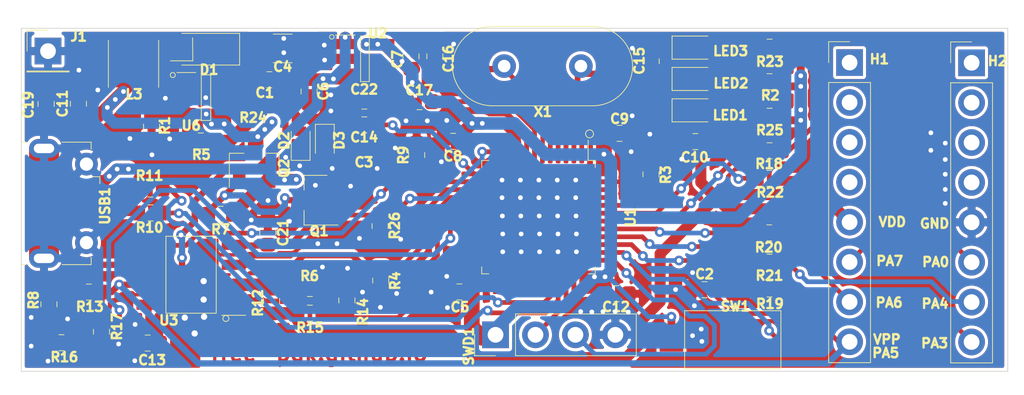
<source format=kicad_pcb>
(kicad_pcb (version 20171130) (host pcbnew 5.1.5+dfsg1-2build2)
  (layers (0 F.Cu signal) (31 B.Cu signal) (34 B.Paste user) (35 F.Paste user) (36 B.SilkS user) (37 F.SilkS user) (38 B.Mask user) (39 F.Mask user) (44 Edge.Cuts user))
  (net 0 "")
  (net 1 +3V3)
  (net 2 "Net-(U1-Pad46)")
  (net 3 "Net-(U1-Pad45)")
  (net 4 "Net-(U1-Pad31)")
  (net 5 "Net-(U1-Pad30)")
  (net 6 "Net-(U1-Pad29)")
  (net 7 "Net-(U1-Pad28)")
  (net 8 "Net-(U1-Pad27)")
  (net 9 "Net-(U1-Pad26)")
  (net 10 "Net-(U1-Pad25)")
  (net 11 "Net-(U1-Pad22)")
  (net 12 "Net-(U1-Pad21)")
  (net 13 "Net-(U1-Pad20)")
  (net 14 "Net-(U1-Pad17)")
  (net 15 "Net-(U1-Pad16)")
  (net 16 "Net-(U1-Pad11)")
  (net 17 "Net-(U1-Pad10)")
  (net 18 "Net-(U1-Pad1)")
  (net 19 "Net-(D1-Pad2)")
  (net 20 "Net-(U6-Pad6)")
  (net 21 "Net-(Q1-Pad3)")
  (net 22 "Net-(H1-Pad7)")
  (net 23 "Net-(H1-Pad6)")
  (net 24 "Net-(H1-Pad4)")
  (net 25 "Net-(H1-Pad3)")
  (net 26 "Net-(H1-Pad2)")
  (net 27 "Net-(H1-Pad1)")
  (net 28 "Net-(H2-Pad8)")
  (net 29 "Net-(H2-Pad7)")
  (net 30 "Net-(H2-Pad6)")
  (net 31 "Net-(H2-Pad4)")
  (net 32 "Net-(H2-Pad3)")
  (net 33 "Net-(H2-Pad2)")
  (net 34 "Net-(H2-Pad1)")
  (net 35 "Net-(LED1-Pad2)")
  (net 36 "Net-(LED1-Pad1)")
  (net 37 "Net-(LED2-Pad2)")
  (net 38 "Net-(LED2-Pad1)")
  (net 39 "Net-(LED3-Pad2)")
  (net 40 "Net-(LED3-Pad1)")
  (net 41 "Net-(R1-Pad2)")
  (net 42 +15V)
  (net 43 GND)
  (net 44 "Net-(C14-Pad2)")
  (net 45 "Net-(C21-Pad2)")
  (net 46 "Net-(C11-Pad1)")
  (net 47 PA2)
  (net 48 +5V)
  (net 49 "Net-(SWD1-Pad3)")
  (net 50 "Net-(SWD1-Pad2)")
  (net 51 "Net-(R16-Pad2)")
  (net 52 "Net-(R14-Pad2)")
  (net 53 "Net-(C17-Pad2)")
  (net 54 "Net-(C16-Pad2)")
  (net 55 "Net-(C15-Pad1)")
  (net 56 "Net-(C22-Pad2)")
  (net 57 "Net-(C13-Pad1)")
  (net 58 "Net-(R13-Pad2)")
  (net 59 "Net-(R12-Pad2)")
  (net 60 "Net-(R10-Pad2)")
  (net 61 "Net-(R11-Pad2)")
  (net 62 PA5_ICVPP)
  (net 63 VDD)
  (net 64 PA3)
  (net 65 SW1)
  (net 66 PA5)
  (net 67 PA4)
  (net 68 USB+)
  (net 69 USB-)
  (net 70 PA0)
  (net 71 PA3_ICPCK)
  (net 72 PB4)
  (net 73 PA6_ICPDA)
  (net 74 PA7)
  (module Package_QFP:LQFP-48_7x7mm_P0.5mm (layer F.Cu) (at 130.9497 120.9675 270)
    (fp_text reference U1 (at 0 -5.85 90) (layer F.SilkS) (effects (font (size 0.6 0.6))))
    (fp_text value STM32F072C8Tx)
    (pad 48 smd roundrect (at -2.75 -4.1625 270) (size 0.3 1.475) (layers F.Cu F.Paste F.Mask) (net 1 +3V3))
    (pad 47 smd roundrect (at -2.25 -4.1625 270) (size 0.3 1.475) (layers F.Cu F.Paste F.Mask) (net 43 GND))
    (pad 46 smd roundrect (at -1.75 -4.1625 270) (size 0.3 1.475) (layers F.Cu F.Paste F.Mask) (net 2 "Net-(U1-Pad46)"))
    (pad 45 smd roundrect (at -1.25 -4.1625 270) (size 0.3 1.475) (layers F.Cu F.Paste F.Mask) (net 3 "Net-(U1-Pad45)"))
    (pad 44 smd roundrect (at -0.75 -4.1625 270) (size 0.3 1.475) (layers F.Cu F.Paste F.Mask) (net 65 SW1))
    (pad 43 smd roundrect (at -0.25 -4.1625 270) (size 0.3 1.475) (layers F.Cu F.Paste F.Mask) (net 74 PA7))
    (pad 42 smd roundrect (at 0.25 -4.1625 270) (size 0.3 1.475) (layers F.Cu F.Paste F.Mask) (net 70 PA0))
    (pad 41 smd roundrect (at 0.75 -4.1625 270) (size 0.3 1.475) (layers F.Cu F.Paste F.Mask) (net 73 PA6_ICPDA))
    (pad 40 smd roundrect (at 1.25 -4.1625 270) (size 0.3 1.475) (layers F.Cu F.Paste F.Mask) (net 72 PB4))
    (pad 39 smd roundrect (at 1.75 -4.1625 270) (size 0.3 1.475) (layers F.Cu F.Paste F.Mask) (net 71 PA3_ICPCK))
    (pad 38 smd roundrect (at 2.25 -4.1625 270) (size 0.3 1.475) (layers F.Cu F.Paste F.Mask) (net 65 SW1))
    (pad 37 smd roundrect (at 2.75 -4.1625 270) (size 0.3 1.475) (layers F.Cu F.Paste F.Mask) (net 49 "Net-(SWD1-Pad3)"))
    (pad 36 smd roundrect (at 4.1625 -2.75 270) (size 1.475 0.3) (layers F.Cu F.Paste F.Mask) (net 1 +3V3))
    (pad 35 smd roundrect (at 4.1625 -2.25 270) (size 1.475 0.3) (layers F.Cu F.Paste F.Mask) (net 43 GND))
    (pad 34 smd roundrect (at 4.1625 -1.75 270) (size 1.475 0.3) (layers F.Cu F.Paste F.Mask) (net 50 "Net-(SWD1-Pad2)"))
    (pad 33 smd roundrect (at 4.1625 -1.25 270) (size 1.475 0.3) (layers F.Cu F.Paste F.Mask) (net 69 USB-))
    (pad 32 smd roundrect (at 4.1625 -0.75 270) (size 1.475 0.3) (layers F.Cu F.Paste F.Mask) (net 68 USB+))
    (pad 31 smd roundrect (at 4.1625 -0.25 270) (size 1.475 0.3) (layers F.Cu F.Paste F.Mask) (net 4 "Net-(U1-Pad31)"))
    (pad 30 smd roundrect (at 4.1625 0.25 270) (size 1.475 0.3) (layers F.Cu F.Paste F.Mask) (net 5 "Net-(U1-Pad30)"))
    (pad 29 smd roundrect (at 4.1625 0.75 270) (size 1.475 0.3) (layers F.Cu F.Paste F.Mask) (net 6 "Net-(U1-Pad29)"))
    (pad 28 smd roundrect (at 4.1625 1.25 270) (size 1.475 0.3) (layers F.Cu F.Paste F.Mask) (net 7 "Net-(U1-Pad28)"))
    (pad 27 smd roundrect (at 4.1625 1.75 270) (size 1.475 0.3) (layers F.Cu F.Paste F.Mask) (net 8 "Net-(U1-Pad27)"))
    (pad 26 smd roundrect (at 4.1625 2.25 270) (size 1.475 0.3) (layers F.Cu F.Paste F.Mask) (net 9 "Net-(U1-Pad26)"))
    (pad 25 smd roundrect (at 4.1625 2.75 270) (size 1.475 0.3) (layers F.Cu F.Paste F.Mask) (net 10 "Net-(U1-Pad25)"))
    (pad 24 smd roundrect (at 2.75 4.1625 270) (size 0.3 1.475) (layers F.Cu F.Paste F.Mask) (net 1 +3V3))
    (pad 23 smd roundrect (at 2.25 4.1625 270) (size 0.3 1.475) (layers F.Cu F.Paste F.Mask) (net 43 GND))
    (pad 22 smd roundrect (at 1.75 4.1625 270) (size 0.3 1.475) (layers F.Cu F.Paste F.Mask) (net 11 "Net-(U1-Pad22)"))
    (pad 21 smd roundrect (at 1.25 4.1625 270) (size 0.3 1.475) (layers F.Cu F.Paste F.Mask) (net 12 "Net-(U1-Pad21)"))
    (pad 20 smd roundrect (at 0.75 4.1625 270) (size 0.3 1.475) (layers F.Cu F.Paste F.Mask) (net 13 "Net-(U1-Pad20)"))
    (pad 19 smd roundrect (at 0.25 4.1625 270) (size 0.3 1.475) (layers F.Cu F.Paste F.Mask) (net 51 "Net-(R16-Pad2)"))
    (pad 18 smd roundrect (at -0.25 4.1625 270) (size 0.3 1.475) (layers F.Cu F.Paste F.Mask) (net 52 "Net-(R14-Pad2)"))
    (pad 17 smd roundrect (at -0.75 4.1625 270) (size 0.3 1.475) (layers F.Cu F.Paste F.Mask) (net 14 "Net-(U1-Pad17)"))
    (pad 16 smd roundrect (at -1.25 4.1625 270) (size 0.3 1.475) (layers F.Cu F.Paste F.Mask) (net 15 "Net-(U1-Pad16)"))
    (pad 15 smd roundrect (at -1.75 4.1625 270) (size 0.3 1.475) (layers F.Cu F.Paste F.Mask) (net 66 PA5))
    (pad 14 smd roundrect (at -2.25 4.1625 270) (size 0.3 1.475) (layers F.Cu F.Paste F.Mask) (net 67 PA4))
    (pad 13 smd roundrect (at -2.75 4.1625 270) (size 0.3 1.475) (layers F.Cu F.Paste F.Mask) (net 64 PA3))
    (pad 12 smd roundrect (at -4.1625 2.75 270) (size 1.475 0.3) (layers F.Cu F.Paste F.Mask) (net 47 PA2))
    (pad 11 smd roundrect (at -4.1625 2.25 270) (size 1.475 0.3) (layers F.Cu F.Paste F.Mask) (net 16 "Net-(U1-Pad11)"))
    (pad 10 smd roundrect (at -4.1625 1.75 270) (size 1.475 0.3) (layers F.Cu F.Paste F.Mask) (net 17 "Net-(U1-Pad10)"))
    (pad 9 smd roundrect (at -4.1625 1.25 270) (size 1.475 0.3) (layers F.Cu F.Paste F.Mask) (net 1 +3V3))
    (pad 8 smd roundrect (at -4.1625 0.75 270) (size 1.475 0.3) (layers F.Cu F.Paste F.Mask) (net 43 GND))
    (pad 7 smd roundrect (at -4.1625 0.25 270) (size 1.475 0.3) (layers F.Cu F.Paste F.Mask) (net 53 "Net-(C17-Pad2)"))
    (pad 6 smd roundrect (at -4.1625 -0.25 270) (size 1.475 0.3) (layers F.Cu F.Paste F.Mask) (net 54 "Net-(C16-Pad2)"))
    (pad 5 smd roundrect (at -4.1625 -0.75 270) (size 1.475 0.3) (layers F.Cu F.Paste F.Mask) (net 55 "Net-(C15-Pad1)"))
    (pad 4 smd roundrect (at -4.1625 -1.25 270) (size 1.475 0.3) (layers F.Cu F.Paste F.Mask) (net 40 "Net-(LED3-Pad1)"))
    (pad 3 smd roundrect (at -4.1625 -1.75 270) (size 1.475 0.3) (layers F.Cu F.Paste F.Mask) (net 38 "Net-(LED2-Pad1)"))
    (pad 2 smd roundrect (at -4.1625 -2.25 270) (size 1.475 0.3) (layers F.Cu F.Paste F.Mask) (net 36 "Net-(LED1-Pad1)"))
    (pad 1 smd roundrect (at -4.1625 -2.75 270) (size 1.475 0.3) (layers F.Cu F.Paste F.Mask) (net 18 "Net-(U1-Pad1)"))
  )
  (module Connector_PinHeader_2.54mm:PinHeader_1x01_P2.54mm_Vertical (layer F.Cu) (at 99.75596 110.39348)
    (fp_text reference J1 (at 1.95072 -0.93218) (layer F.SilkS) (effects (font (size 0.6 0.6))))
    (fp_text value Conn_01x01_MountingPin hide)
    (pad 1 thru_hole rect (at 0 0) (size 1.7 1.7) (drill 1) (layers *.Cu *.Mask) (net 43 GND))
  )
  (module Resistor_SMD:R_0603_1608Metric (layer F.Cu) (at 120.8786 121.539 270)
    (fp_text reference R26 (at -0.03048 -0.9271 90) (layer F.SilkS) (effects (font (size 0.6 0.6))))
    (fp_text value 240K)
    (pad 2 smd roundrect (at 0.7875 0 270) (size 0.875 0.95) (layers F.Cu F.Paste F.Mask) (net 43 GND))
    (pad 1 smd roundrect (at -0.7875 0 270) (size 0.875 0.95) (layers F.Cu F.Paste F.Mask) (net 47 PA2))
  )
  (module Connector_PinHeader_2.54mm:PinHeader_1x04_P2.54mm_Vertical (layer F.Cu) (at 128.2192 128.4605 90)
    (fp_text reference SWD1 (at -0.73152 -1.70434 90) (layer F.SilkS) (effects (font (size 0.6 0.6))))
    (fp_text value SWD)
    (pad 4 thru_hole oval (at 0 7.62 90) (size 1.7 1.7) (drill 1) (layers *.Cu *.Mask) (net 43 GND))
    (pad 3 thru_hole oval (at 0 5.08 90) (size 1.7 1.7) (drill 1) (layers *.Cu *.Mask) (net 49 "Net-(SWD1-Pad3)"))
    (pad 2 thru_hole oval (at 0 2.54 90) (size 1.7 1.7) (drill 1) (layers *.Cu *.Mask) (net 50 "Net-(SWD1-Pad2)"))
    (pad 1 thru_hole rect (at 0 0 90) (size 1.7 1.7) (drill 1) (layers *.Cu *.Mask) (net 1 +3V3))
  )
  (module Resistor_SMD:R_0603_1608Metric (layer F.Cu) (at 145.646701 114.541643 180)
    (fp_text reference R25 (at -0.019759 -0.888657) (layer F.SilkS) (effects (font (size 0.6 0.6))))
    (fp_text value 1K)
    (pad 2 smd roundrect (at 0.7875 0 180) (size 0.875 0.95) (layers F.Cu F.Paste F.Mask) (net 35 "Net-(LED1-Pad2)"))
    (pad 1 smd roundrect (at -0.7875 0 180) (size 0.875 0.95) (layers F.Cu F.Paste F.Mask) (net 1 +3V3))
  )
  (module Resistor_SMD:R_0603_1608Metric (layer F.Cu) (at 113.8682 113.88852)
    (fp_text reference R24 (at -1.0668 0.74168) (layer F.SilkS) (effects (font (size 0.6 0.6))))
    (fp_text value 20)
    (pad 2 smd roundrect (at 0.7875 0) (size 0.875 0.95) (layers F.Cu F.Paste F.Mask) (net 57 "Net-(C13-Pad1)"))
    (pad 1 smd roundrect (at -0.7875 0) (size 0.875 0.95) (layers F.Cu F.Paste F.Mask) (net 42 +15V))
  )
  (module Resistor_SMD:R_0603_1608Metric (layer F.Cu) (at 145.646701 110.142501 180)
    (fp_text reference R23 (at -0.019759 -0.926619) (layer F.SilkS) (effects (font (size 0.6 0.6))))
    (fp_text value 1K)
    (pad 2 smd roundrect (at 0.7875 0 180) (size 0.875 0.95) (layers F.Cu F.Paste F.Mask) (net 39 "Net-(LED3-Pad2)"))
    (pad 1 smd roundrect (at -0.7875 0 180) (size 0.875 0.95) (layers F.Cu F.Paste F.Mask) (net 1 +3V3))
  )
  (module Resistor_SMD:R_0603_1608Metric (layer F.Cu) (at 145.62582 118.49608 180)
    (fp_text reference R22 (at -0.0635 -0.89916) (layer F.SilkS) (effects (font (size 0.6 0.6))))
    (fp_text value 100)
    (pad 2 smd roundrect (at 0.7875 0 180) (size 0.875 0.95) (layers F.Cu F.Paste F.Mask) (net 74 PA7))
    (pad 1 smd roundrect (at -0.7875 0 180) (size 0.875 0.95) (layers F.Cu F.Paste F.Mask) (net 23 "Net-(H1-Pad6)"))
  )
  (module Resistor_SMD:R_0603_1608Metric (layer F.Cu) (at 145.62582 121.9708 180)
    (fp_text reference R21 (at -0.01524 -2.72034) (layer F.SilkS) (effects (font (size 0.6 0.6))))
    (fp_text value 100)
    (pad 2 smd roundrect (at 0.7875 0 180) (size 0.875 0.95) (layers F.Cu F.Paste F.Mask) (net 73 PA6_ICPDA))
    (pad 1 smd roundrect (at -0.7875 0 180) (size 0.875 0.95) (layers F.Cu F.Paste F.Mask) (net 22 "Net-(H1-Pad7)"))
  )
  (module Resistor_SMD:R_0603_1608Metric (layer F.Cu) (at 145.64868 123.8377)
    (fp_text reference R20 (at -0.05334 -0.94234) (layer F.SilkS) (effects (font (size 0.6 0.6))))
    (fp_text value 100)
    (pad 2 smd roundrect (at 0.7875 0) (size 0.875 0.95) (layers F.Cu F.Paste F.Mask) (net 29 "Net-(H2-Pad7)"))
    (pad 1 smd roundrect (at -0.7875 0) (size 0.875 0.95) (layers F.Cu F.Paste F.Mask) (net 72 PB4))
  )
  (module Resistor_SMD:R_0603_1608Metric (layer F.Cu) (at 145.646701 125.5395)
    (fp_text reference R19 (at 0.019759 0.94742) (layer F.SilkS) (effects (font (size 0.6 0.6))))
    (fp_text value 100)
    (pad 2 smd roundrect (at 0.7875 0) (size 0.875 0.95) (layers F.Cu F.Paste F.Mask) (net 28 "Net-(H2-Pad8)"))
    (pad 1 smd roundrect (at -0.7875 0) (size 0.875 0.95) (layers F.Cu F.Paste F.Mask) (net 71 PA3_ICPCK))
  )
  (module Resistor_SMD:R_0603_1608Metric (layer F.Cu) (at 145.646701 116.741214)
    (fp_text reference R18 (at -0.028501 0.835386) (layer F.SilkS) (effects (font (size 0.6 0.6))))
    (fp_text value 100)
    (pad 2 smd roundrect (at 0.7875 0) (size 0.875 0.95) (layers F.Cu F.Paste F.Mask) (net 30 "Net-(H2-Pad6)"))
    (pad 1 smd roundrect (at -0.7875 0) (size 0.875 0.95) (layers F.Cu F.Paste F.Mask) (net 70 PA0))
  )
  (module Resistor_SMD:R_0603_1608Metric (layer F.Cu) (at 103.15702 128.26492 90)
    (fp_text reference R17 (at 0.32512 0.98298 90) (layer F.SilkS) (effects (font (size 0.6 0.6))))
    (fp_text value 100K)
    (pad 2 smd roundrect (at 0.7875 0 90) (size 0.875 0.95) (layers F.Cu F.Paste F.Mask) (net 62 PA5_ICVPP))
    (pad 1 smd roundrect (at -0.7875 0 90) (size 0.875 0.95) (layers F.Cu F.Paste F.Mask) (net 51 "Net-(R16-Pad2)"))
  )
  (module Resistor_SMD:R_0603_1608Metric (layer F.Cu) (at 100.61194 128.96596)
    (fp_text reference R16 (at 0.18288 0.9144) (layer F.SilkS) (effects (font (size 0.6 0.6))))
    (fp_text value 20K)
    (pad 2 smd roundrect (at 0.7875 0) (size 0.875 0.95) (layers F.Cu F.Paste F.Mask) (net 51 "Net-(R16-Pad2)"))
    (pad 1 smd roundrect (at -0.7875 0) (size 0.875 0.95) (layers F.Cu F.Paste F.Mask) (net 43 GND))
  )
  (module Resistor_SMD:R_0603_1608Metric (layer F.Cu) (at 116.41328 127.08382 180)
    (fp_text reference R15 (at -0.0127 -0.91948) (layer F.SilkS) (effects (font (size 0.6 0.6))))
    (fp_text value 100K)
    (pad 2 smd roundrect (at 0.7875 0 180) (size 0.875 0.95) (layers F.Cu F.Paste F.Mask) (net 63 VDD))
    (pad 1 smd roundrect (at -0.7875 0 180) (size 0.875 0.95) (layers F.Cu F.Paste F.Mask) (net 52 "Net-(R14-Pad2)"))
  )
  (module Resistor_SMD:R_0603_1608Metric (layer F.Cu) (at 118.76278 126.27102 270)
    (fp_text reference R14 (at 0.72898 -1.02362 90) (layer F.SilkS) (effects (font (size 0.6 0.6))))
    (fp_text value 20K)
    (pad 2 smd roundrect (at 0.7875 0 270) (size 0.875 0.95) (layers F.Cu F.Paste F.Mask) (net 52 "Net-(R14-Pad2)"))
    (pad 1 smd roundrect (at -0.7875 0 270) (size 0.875 0.95) (layers F.Cu F.Paste F.Mask) (net 43 GND))
  )
  (module Resistor_SMD:R_0603_1608Metric (layer F.Cu) (at 102.35946 125.74016 180)
    (fp_text reference R13 (at -0.05588 -0.93472) (layer F.SilkS) (effects (font (size 0.6 0.6))))
    (fp_text value 20K)
    (pad 2 smd roundrect (at 0.7875 0 180) (size 0.875 0.95) (layers F.Cu F.Paste F.Mask) (net 58 "Net-(R13-Pad2)"))
    (pad 1 smd roundrect (at -0.7875 0 180) (size 0.875 0.95) (layers F.Cu F.Paste F.Mask) (net 62 PA5_ICVPP))
  )
  (module Resistor_SMD:R_0603_1608Metric (layer F.Cu) (at 113.97488 126.30912 90)
    (fp_text reference R12 (at -0.12192 -0.86868 90) (layer F.SilkS) (effects (font (size 0.6 0.6))))
    (fp_text value 20K)
    (pad 2 smd roundrect (at 0.7875 0 90) (size 0.875 0.95) (layers F.Cu F.Paste F.Mask) (net 59 "Net-(R12-Pad2)"))
    (pad 1 smd roundrect (at -0.7875 0 90) (size 0.875 0.95) (layers F.Cu F.Paste F.Mask) (net 63 VDD))
  )
  (module Resistor_SMD:R_0603_1608Metric (layer F.Cu) (at 106.26852 119.1768 180)
    (fp_text reference R11 (at 0.05334 0.8509) (layer F.SilkS) (effects (font (size 0.6 0.6))))
    (fp_text value 20)
    (pad 2 smd roundrect (at 0.7875 0 180) (size 0.875 0.95) (layers F.Cu F.Paste F.Mask) (net 61 "Net-(R11-Pad2)"))
    (pad 1 smd roundrect (at -0.7875 0 180) (size 0.875 0.95) (layers F.Cu F.Paste F.Mask) (net 69 USB-))
  )
  (module Resistor_SMD:R_0603_1608Metric (layer F.Cu) (at 106.27858 120.7008 180)
    (fp_text reference R10 (at 0.0634 -0.92964) (layer F.SilkS) (effects (font (size 0.6 0.6))))
    (fp_text value 20)
    (pad 2 smd roundrect (at 0.7875 0 180) (size 0.875 0.95) (layers F.Cu F.Paste F.Mask) (net 60 "Net-(R10-Pad2)"))
    (pad 1 smd roundrect (at -0.7875 0 180) (size 0.875 0.95) (layers F.Cu F.Paste F.Mask) (net 68 USB+))
  )
  (module Resistor_SMD:R_0603_1608Metric (layer F.Cu) (at 123.2027 117.0178 90)
    (fp_text reference R9 (at -0.00254 -0.85344 90) (layer F.SilkS) (effects (font (size 0.6 0.6))))
    (fp_text value 240K)
    (pad 2 smd roundrect (at 0.7875 0 90) (size 0.875 0.95) (layers F.Cu F.Paste F.Mask) (net 43 GND))
    (pad 1 smd roundrect (at -0.7875 0 90) (size 0.875 0.95) (layers F.Cu F.Paste F.Mask) (net 67 PA4))
  )
  (module Resistor_SMD:R_0603_1608Metric (layer F.Cu) (at 99.81438 126.5174 90)
    (fp_text reference R8 (at 0.26416 -0.98044 90) (layer F.SilkS) (effects (font (size 0.6 0.6))))
    (fp_text value 6.2K)
    (pad 2 smd roundrect (at 0.7875 0 90) (size 0.875 0.95) (layers F.Cu F.Paste F.Mask) (net 58 "Net-(R13-Pad2)"))
    (pad 1 smd roundrect (at -0.7875 0 90) (size 0.875 0.95) (layers F.Cu F.Paste F.Mask) (net 43 GND))
  )
  (module Resistor_SMD:R_0603_1608Metric (layer F.Cu) (at 110.73384 120.78462 180)
    (fp_text reference R7 (at 0.00762 -0.9652) (layer F.SilkS) (effects (font (size 0.6 0.6))))
    (fp_text value 6.2K)
    (pad 2 smd roundrect (at 0.7875 0 180) (size 0.875 0.95) (layers F.Cu F.Paste F.Mask) (net 21 "Net-(Q1-Pad3)"))
    (pad 1 smd roundrect (at -0.7875 0 180) (size 0.875 0.95) (layers F.Cu F.Paste F.Mask) (net 48 +5V))
  )
  (module Resistor_SMD:R_0603_1608Metric (layer F.Cu) (at 116.41328 125.50902 180)
    (fp_text reference R6 (at 0.02032 0.79502) (layer F.SilkS) (effects (font (size 0.6 0.6))))
    (fp_text value 20K)
    (pad 2 smd roundrect (at 0.7875 0 180) (size 0.875 0.95) (layers F.Cu F.Paste F.Mask) (net 59 "Net-(R12-Pad2)"))
    (pad 1 smd roundrect (at -0.7875 0 180) (size 0.875 0.95) (layers F.Cu F.Paste F.Mask) (net 43 GND))
  )
  (module Resistor_SMD:R_0603_1608Metric (layer F.Cu) (at 109.474 116.11864 180)
    (fp_text reference R5 (at -0.03302 -0.87122) (layer F.SilkS) (effects (font (size 0.6 0.6))))
    (fp_text value 240K)
    (pad 2 smd roundrect (at 0.7875 0 180) (size 0.875 0.95) (layers F.Cu F.Paste F.Mask) (net 41 "Net-(R1-Pad2)"))
    (pad 1 smd roundrect (at -0.7875 0 180) (size 0.875 0.95) (layers F.Cu F.Paste F.Mask) (net 42 +15V))
  )
  (module Resistor_SMD:R_0603_1608Metric (layer F.Cu) (at 120.9167 125.0061 270)
    (fp_text reference R4 (at 0.01524 -0.91948 90) (layer F.SilkS) (effects (font (size 0.6 0.6))))
    (fp_text value 240K)
    (pad 2 smd roundrect (at 0.7875 0 270) (size 0.875 0.95) (layers F.Cu F.Paste F.Mask) (net 43 GND))
    (pad 1 smd roundrect (at -0.7875 0 270) (size 0.875 0.95) (layers F.Cu F.Paste F.Mask) (net 66 PA5))
  )
  (module Resistor_SMD:R_0603_1608Metric (layer F.Cu) (at 138.10742 118.237 270)
    (fp_text reference R3 (at 0.03556 -0.93726 90) (layer F.SilkS) (effects (font (size 0.6 0.6))))
    (fp_text value 20K)
    (pad 2 smd roundrect (at 0.7875 0 270) (size 0.875 0.95) (layers F.Cu F.Paste F.Mask) (net 65 SW1))
    (pad 1 smd roundrect (at -0.7875 0 270) (size 0.875 0.95) (layers F.Cu F.Paste F.Mask) (net 43 GND))
  )
  (module Resistor_SMD:R_0603_1608Metric (layer F.Cu) (at 145.646701 112.342072 180)
    (fp_text reference R2 (at -0.042619 -0.873348) (layer F.SilkS) (effects (font (size 0.6 0.6))))
    (fp_text value 1K)
    (pad 2 smd roundrect (at 0.7875 0 180) (size 0.875 0.95) (layers F.Cu F.Paste F.Mask) (net 37 "Net-(LED2-Pad2)"))
    (pad 1 smd roundrect (at -0.7875 0 180) (size 0.875 0.95) (layers F.Cu F.Paste F.Mask) (net 1 +3V3))
  )
  (module Resistor_SMD:R_0603_1608Metric (layer F.Cu) (at 106.34472 115.19916 90)
    (fp_text reference R1 (at 0.0635 0.84328 90) (layer F.SilkS) (effects (font (size 0.6 0.6))))
    (fp_text value 10K)
    (pad 2 smd roundrect (at 0.7875 0 90) (size 0.875 0.95) (layers F.Cu F.Paste F.Mask) (net 41 "Net-(R1-Pad2)"))
    (pad 1 smd roundrect (at -0.7875 0 90) (size 0.875 0.95) (layers F.Cu F.Paste F.Mask) (net 43 GND))
  )
  (module Capacitor_SMD:C_0603_1608Metric (layer F.Cu) (at 119.8753 113.5761)
    (fp_text reference C22 (at -0.01016 -0.74168) (layer F.SilkS) (effects (font (size 0.6 0.6))))
    (fp_text value 100nF)
    (pad 2 smd roundrect (at 0.7875 0) (size 0.875 0.95) (layers F.Cu F.Paste F.Mask) (net 56 "Net-(C22-Pad2)"))
    (pad 1 smd roundrect (at -0.7875 0) (size 0.875 0.95) (layers F.Cu F.Paste F.Mask) (net 43 GND))
  )
  (module Capacitor_SMD:C_0603_1608Metric (layer F.Cu) (at 113.73612 121.93524 270)
    (fp_text reference C21 (at 0.00508 -0.97282 90) (layer F.SilkS) (effects (font (size 0.6 0.6))))
    (fp_text value 4.7uF)
    (pad 2 smd roundrect (at 0.7875 0 270) (size 0.875 0.95) (layers F.Cu F.Paste F.Mask) (net 45 "Net-(C21-Pad2)"))
    (pad 1 smd roundrect (at -0.7875 0 270) (size 0.875 0.95) (layers F.Cu F.Paste F.Mask) (net 43 GND))
  )
  (module Capacitor_SMD:C_0603_1608Metric (layer F.Cu) (at 99.63658 113.75898 90)
    (fp_text reference C19 (at -0.05588 -1.12776 90) (layer F.SilkS) (effects (font (size 0.6 0.6))))
    (fp_text value 100nF)
    (pad 2 smd roundrect (at 0.7875 0 90) (size 0.875 0.95) (layers F.Cu F.Paste F.Mask) (net 43 GND))
    (pad 1 smd roundrect (at -0.7875 0 90) (size 0.875 0.95) (layers F.Cu F.Paste F.Mask) (net 46 "Net-(C11-Pad1)"))
  )
  (module Capacitor_SMD:C_0603_1608Metric (layer F.Cu) (at 123.3805 113.6142)
    (fp_text reference C17 (at -0.01778 -0.73152) (layer F.SilkS) (effects (font (size 0.6 0.6))))
    (fp_text value 100nF)
    (pad 2 smd roundrect (at 0.7875 0) (size 0.875 0.95) (layers F.Cu F.Paste F.Mask) (net 53 "Net-(C17-Pad2)"))
    (pad 1 smd roundrect (at -0.7875 0) (size 0.875 0.95) (layers F.Cu F.Paste F.Mask) (net 43 GND))
  )
  (module Capacitor_SMD:C_0603_1608Metric (layer F.Cu) (at 124.3584 110.72876 270)
    (fp_text reference C16 (at 0.14732 -0.86868 90) (layer F.SilkS) (effects (font (size 0.6 0.6))))
    (fp_text value 20pF)
    (pad 2 smd roundrect (at 0.7875 0 270) (size 0.875 0.95) (layers F.Cu F.Paste F.Mask) (net 54 "Net-(C16-Pad2)"))
    (pad 1 smd roundrect (at -0.7875 0 270) (size 0.875 0.95) (layers F.Cu F.Paste F.Mask) (net 43 GND))
  )
  (module Capacitor_SMD:C_0603_1608Metric (layer F.Cu) (at 138.11758 111.04118 90)
    (fp_text reference C15 (at 0.02794 -0.75438 90) (layer F.SilkS) (effects (font (size 0.6 0.6))))
    (fp_text value 20pF)
    (pad 2 smd roundrect (at 0.7875 0 90) (size 0.875 0.95) (layers F.Cu F.Paste F.Mask) (net 43 GND))
    (pad 1 smd roundrect (at -0.7875 0 90) (size 0.875 0.95) (layers F.Cu F.Paste F.Mask) (net 55 "Net-(C15-Pad1)"))
  )
  (module Capacitor_SMD:C_0603_1608Metric (layer F.Cu) (at 119.8753 115.09375 180)
    (fp_text reference C14 (at 0.01016 -0.78613) (layer F.SilkS) (effects (font (size 0.6 0.6))))
    (fp_text value 100nF)
    (pad 2 smd roundrect (at 0.7875 0 180) (size 0.875 0.95) (layers F.Cu F.Paste F.Mask) (net 44 "Net-(C14-Pad2)"))
    (pad 1 smd roundrect (at -0.7875 0 180) (size 0.875 0.95) (layers F.Cu F.Paste F.Mask) (net 64 PA3))
  )
  (module Capacitor_SMD:C_0603_1608Metric (layer F.Cu) (at 106.09326 128.98628 180)
    (fp_text reference C13 (at -0.28194 -1.08712) (layer F.SilkS) (effects (font (size 0.6 0.6))))
    (fp_text value 4.7uF)
    (pad 2 smd roundrect (at 0.7875 0 180) (size 0.875 0.95) (layers F.Cu F.Paste F.Mask) (net 43 GND))
    (pad 1 smd roundrect (at -0.7875 0 180) (size 0.875 0.95) (layers F.Cu F.Paste F.Mask) (net 57 "Net-(C13-Pad1)"))
  )
  (module Capacitor_SMD:C_0603_1608Metric (layer F.Cu) (at 135.91032 125.8443)
    (fp_text reference C12 (at -0.0254 0.8382) (layer F.SilkS) (effects (font (size 0.6 0.6))))
    (fp_text value 100nF)
    (pad 2 smd roundrect (at 0.7875 0) (size 0.875 0.95) (layers F.Cu F.Paste F.Mask) (net 43 GND))
    (pad 1 smd roundrect (at -0.7875 0) (size 0.875 0.95) (layers F.Cu F.Paste F.Mask) (net 1 +3V3))
  )
  (module Capacitor_SMD:C_0603_1608Metric (layer F.Cu) (at 101.6889 113.74628 90)
    (fp_text reference C11 (at 0.0127 -1.00838 90) (layer F.SilkS) (effects (font (size 0.6 0.6))))
    (fp_text value 4.7uF)
    (pad 2 smd roundrect (at 0.7875 0 90) (size 0.875 0.95) (layers F.Cu F.Paste F.Mask) (net 43 GND))
    (pad 1 smd roundrect (at -0.7875 0 90) (size 0.875 0.95) (layers F.Cu F.Paste F.Mask) (net 46 "Net-(C11-Pad1)"))
  )
  (module Capacitor_SMD:C_0603_1608Metric (layer F.Cu) (at 140.9268 116.15674)
    (fp_text reference C10 (at -0.04318 1.00076) (layer F.SilkS) (effects (font (size 0.6 0.6))))
    (fp_text value 100nF)
    (pad 2 smd roundrect (at 0.7875 0) (size 0.875 0.95) (layers F.Cu F.Paste F.Mask) (net 63 VDD))
    (pad 1 smd roundrect (at -0.7875 0) (size 0.875 0.95) (layers F.Cu F.Paste F.Mask) (net 43 GND))
  )
  (module Capacitor_SMD:C_0603_1608Metric (layer F.Cu) (at 136.1059 115.63096)
    (fp_text reference C9 (at 0 -0.92202) (layer F.SilkS) (effects (font (size 0.6 0.6))))
    (fp_text value 100nF)
    (pad 2 smd roundrect (at 0.7875 0) (size 0.875 0.95) (layers F.Cu F.Paste F.Mask) (net 43 GND))
    (pad 1 smd roundrect (at -0.7875 0) (size 0.875 0.95) (layers F.Cu F.Paste F.Mask) (net 1 +3V3))
  )
  (module Capacitor_SMD:C_0603_1608Metric (layer F.Cu) (at 125.5268 116.1415 180)
    (fp_text reference C8 (at 0.02032 -0.9525) (layer F.SilkS) (effects (font (size 0.6 0.6))))
    (fp_text value 100nF)
    (pad 2 smd roundrect (at 0.7875 0 180) (size 0.875 0.95) (layers F.Cu F.Paste F.Mask) (net 43 GND))
    (pad 1 smd roundrect (at -0.7875 0 180) (size 0.875 0.95) (layers F.Cu F.Paste F.Mask) (net 1 +3V3))
  )
  (module Capacitor_SMD:C_0603_1608Metric (layer F.Cu) (at 122.83948 110.72876 270)
    (fp_text reference C7 (at 0.19304 0.86868 90) (layer F.SilkS) (effects (font (size 0.6 0.6))))
    (fp_text value 4.7uF)
    (pad 2 smd roundrect (at 0.7875 0 270) (size 0.875 0.95) (layers F.Cu F.Paste F.Mask) (net 1 +3V3))
    (pad 1 smd roundrect (at -0.7875 0 270) (size 0.875 0.95) (layers F.Cu F.Paste F.Mask) (net 43 GND))
  )
  (module Capacitor_SMD:C_0603_1608Metric (layer F.Cu) (at 116.36248 112.96396 90)
    (fp_text reference C6 (at 0.01778 0.90932 90) (layer F.SilkS) (effects (font (size 0.6 0.6))))
    (fp_text value 4.7uF)
    (pad 2 smd roundrect (at 0.7875 0 90) (size 0.875 0.95) (layers F.Cu F.Paste F.Mask) (net 48 +5V))
    (pad 1 smd roundrect (at -0.7875 0 90) (size 0.875 0.95) (layers F.Cu F.Paste F.Mask) (net 43 GND))
  )
  (module Capacitor_SMD:C_0603_1608Metric (layer F.Cu) (at 125.9205 125.73 180)
    (fp_text reference C5 (at -0.0381 -0.9652) (layer F.SilkS) (effects (font (size 0.6 0.6))))
    (fp_text value 100nF)
    (pad 2 smd roundrect (at 0.7875 0 180) (size 0.875 0.95) (layers F.Cu F.Paste F.Mask) (net 43 GND))
    (pad 1 smd roundrect (at -0.7875 0 180) (size 0.875 0.95) (layers F.Cu F.Paste F.Mask) (net 1 +3V3))
  )
  (module Capacitor_SMD:C_1206_3216Metric (layer F.Cu) (at 114.681 110.2233 180)
    (fp_text reference C4 (at 0 -1.1684) (layer F.SilkS) (effects (font (size 0.6 0.6))))
    (fp_text value 47uF)
    (pad 2 smd roundrect (at 1.4 0 180) (size 1.25 1.75) (layers F.Cu F.Paste F.Mask) (roundrect_rratio 0.2) (net 42 +15V))
    (pad 1 smd roundrect (at -1.4 0 180) (size 1.25 1.75) (layers F.Cu F.Paste F.Mask) (roundrect_rratio 0.2) (net 43 GND))
  )
  (module Capacitor_SMD:C_0603_1608Metric (layer F.Cu) (at 119.8753 116.6114)
    (fp_text reference C3 (at -0.02286 0.86106) (layer F.SilkS) (effects (font (size 0.6 0.6))))
    (fp_text value 100nF)
    (pad 2 smd roundrect (at 0.7875 0) (size 0.875 0.95) (layers F.Cu F.Paste F.Mask) (net 43 GND))
    (pad 1 smd roundrect (at -0.7875 0) (size 0.875 0.95) (layers F.Cu F.Paste F.Mask) (net 45 "Net-(C21-Pad2)"))
  )
  (module Capacitor_SMD:C_0603_1608Metric (layer F.Cu) (at 141.5161 125.5903 180)
    (fp_text reference C2 (at 0.00254 0.99314) (layer F.SilkS) (effects (font (size 0.6 0.6))))
    (fp_text value 100nF)
    (pad 2 smd roundrect (at 0.7875 0 180) (size 0.875 0.95) (layers F.Cu F.Paste F.Mask) (net 43 GND))
    (pad 1 smd roundrect (at -0.7875 0 180) (size 0.875 0.95) (layers F.Cu F.Paste F.Mask) (net 62 PA5_ICVPP))
  )
  (module Capacitor_SMD:C_0603_1608Metric (layer F.Cu) (at 113.8301 112.2172 180)
    (fp_text reference C1 (at 0.28194 -0.8255) (layer F.SilkS) (effects (font (size 0.6 0.6))))
    (fp_text value 100nF)
    (pad 2 smd roundrect (at 0.7875 0 180) (size 0.875 0.95) (layers F.Cu F.Paste F.Mask) (net 42 +15V))
    (pad 1 smd roundrect (at -0.7875 0 180) (size 0.875 0.95) (layers F.Cu F.Paste F.Mask) (net 43 GND))
  )
  (module Diode_SMD:D_SOD-523 (layer F.Cu) (at 117.3607 116.20246 270)
    (fp_text reference D3 (at -0.12192 -0.92456 90) (layer F.SilkS) (effects (font (size 0.6 0.6))))
    (fp_text value RB521S-30)
    (pad 1 smd rect (at -0.7 0 90) (size 0.6 0.7) (layers F.Cu F.Paste F.Mask) (net 44 "Net-(C14-Pad2)"))
    (pad 2 smd rect (at 0.7 0 90) (size 0.6 0.7) (layers F.Cu F.Paste F.Mask) (net 45 "Net-(C21-Pad2)"))
  )
  (module Diode_SMD:D_SOD-523 (layer F.Cu) (at 115.824 116.20246 90)
    (fp_text reference D2 (at 0.10668 -1.04902 90) (layer F.SilkS) (effects (font (size 0.6 0.6))))
    (fp_text value RB521S-30)
    (pad 1 smd rect (at -0.7 0 270) (size 0.6 0.7) (layers F.Cu F.Paste F.Mask) (net 43 GND))
    (pad 2 smd rect (at 0.7 0 270) (size 0.6 0.7) (layers F.Cu F.Paste F.Mask) (net 44 "Net-(C14-Pad2)"))
  )
  (module Diode_SMD:D_SMF (layer F.Cu) (at 109.6645 110.2741 180)
    (fp_text reference D1 (at -0.3302 -1.30556) (layer F.SilkS) (effects (font (size 0.6 0.6))))
    (fp_text value SS14F)
    (pad 2 smd rect (at 1.45 0 180) (size 1.3 1.4) (layers F.Cu F.Paste F.Mask) (net 19 "Net-(D1-Pad2)"))
    (pad 1 smd rect (at -1.45 0 180) (size 1.3 1.4) (layers F.Cu F.Paste F.Mask) (net 42 +15V))
  )
  (module Connector_PinHeader_2.54mm:PinHeader_1x08_P2.54mm_Vertical (layer F.Cu) (at 158.496 111.1377)
    (fp_text reference H2 (at 1.64338 -0.11176) (layer F.SilkS) (effects (font (size 0.6 0.6))))
    (fp_text value "IC IN OUT" hide)
    (pad 8 thru_hole oval (at 0 17.78) (size 1.7 1.7) (drill 1) (layers *.Cu *.Mask) (net 28 "Net-(H2-Pad8)"))
    (pad 7 thru_hole oval (at 0 15.24) (size 1.7 1.7) (drill 1) (layers *.Cu *.Mask) (net 29 "Net-(H2-Pad7)"))
    (pad 6 thru_hole oval (at 0 12.7) (size 1.7 1.7) (drill 1) (layers *.Cu *.Mask) (net 30 "Net-(H2-Pad6)"))
    (pad 5 thru_hole oval (at 0 10.16) (size 1.7 1.7) (drill 1) (layers *.Cu *.Mask) (net 43 GND))
    (pad 4 thru_hole oval (at 0 7.62) (size 1.7 1.7) (drill 1) (layers *.Cu *.Mask) (net 31 "Net-(H2-Pad4)"))
    (pad 3 thru_hole oval (at 0 5.08) (size 1.7 1.7) (drill 1) (layers *.Cu *.Mask) (net 32 "Net-(H2-Pad3)"))
    (pad 2 thru_hole oval (at 0 2.54) (size 1.7 1.7) (drill 1) (layers *.Cu *.Mask) (net 33 "Net-(H2-Pad2)"))
    (pad 1 thru_hole rect (at 0 0) (size 1.7 1.7) (drill 1) (layers *.Cu *.Mask) (net 34 "Net-(H2-Pad1)"))
  )
  (module Connector_PinHeader_2.54mm:PinHeader_1x08_P2.54mm_Vertical (layer F.Cu) (at 150.7363 111.125)
    (fp_text reference H1 (at 1.8923 -0.2159) (layer F.SilkS) (effects (font (size 0.6 0.6))))
    (fp_text value "IC IN OUT" hide)
    (pad 8 thru_hole oval (at 0 17.78) (size 1.7 1.7) (drill 1) (layers *.Cu *.Mask) (net 62 PA5_ICVPP))
    (pad 7 thru_hole oval (at 0 15.24) (size 1.7 1.7) (drill 1) (layers *.Cu *.Mask) (net 22 "Net-(H1-Pad7)"))
    (pad 6 thru_hole oval (at 0 12.7) (size 1.7 1.7) (drill 1) (layers *.Cu *.Mask) (net 23 "Net-(H1-Pad6)"))
    (pad 5 thru_hole oval (at 0 10.16) (size 1.7 1.7) (drill 1) (layers *.Cu *.Mask) (net 63 VDD))
    (pad 4 thru_hole oval (at 0 7.62) (size 1.7 1.7) (drill 1) (layers *.Cu *.Mask) (net 24 "Net-(H1-Pad4)"))
    (pad 3 thru_hole oval (at 0 5.08) (size 1.7 1.7) (drill 1) (layers *.Cu *.Mask) (net 25 "Net-(H1-Pad3)"))
    (pad 2 thru_hole oval (at 0 2.54) (size 1.7 1.7) (drill 1) (layers *.Cu *.Mask) (net 26 "Net-(H1-Pad2)"))
    (pad 1 thru_hole rect (at 0 0) (size 1.7 1.7) (drill 1) (layers *.Cu *.Mask) (net 27 "Net-(H1-Pad1)"))
  )
  (module Crystal:Crystal_HC49-4H_Vertical (layer F.Cu) (at 128.76784 111.34852)
    (fp_text reference X1 (at 2.46634 2.91338) (layer F.SilkS) (effects (font (size 0.6 0.6))))
    (fp_text value 8MHz)
    (pad 2 thru_hole circle (at 4.88 0) (size 1.5 1.5) (drill 0.8) (layers *.Cu *.Mask) (net 55 "Net-(C15-Pad1)"))
    (pad 1 thru_hole circle (at 0 0) (size 1.5 1.5) (drill 0.8) (layers *.Cu *.Mask) (net 54 "Net-(C16-Pad2)"))
  )
  (module Button_Switch_SMD:SW_SPST_CK_RS282G05A3 (layer F.Cu) (at 143.3068 128.778)
    (fp_text reference SW1 (at 0.1651 -2.12852) (layer F.SilkS) (effects (font (size 0.6 0.6))))
    (fp_text value TACT-SWITCH hide)
    (pad 2 smd rect (at 3.9 0) (size 1.5 1.5) (layers F.Cu F.Paste F.Mask) (net 65 SW1))
    (pad 1 smd rect (at -3.9 0) (size 1.5 1.5) (layers F.Cu F.Paste F.Mask) (net 1 +3V3))
  )
  (module Inductor_SMD:L_Taiyo-Yuden_MD-3030 (layer F.Cu) (at 105.1941 111.2012 270)
    (fp_text reference L3 (at 1.94056 -0.03302 180) (layer F.SilkS) (effects (font (size 0.6 0.6))))
    (fp_text value 6.8uH)
    (pad 2 smd rect (at 1.1 0 270) (size 0.8 2.7) (layers F.Cu F.Paste F.Mask) (net 46 "Net-(C11-Pad1)"))
    (pad 1 smd rect (at -1.1 0 270) (size 0.8 2.7) (layers F.Cu F.Paste F.Mask) (net 19 "Net-(D1-Pad2)"))
  )
  (module Package_TO_SOT_SMD:SOT-23 (layer F.Cu) (at 112.86744 117.65788 90)
    (fp_text reference Q2 (at -0.19558 1.905 90) (layer F.SilkS) (effects (font (size 0.6 0.6))))
    (fp_text value BSS84)
    (pad 3 smd rect (at 1 0 90) (size 0.9 0.8) (layers F.Cu F.Paste F.Mask) (net 46 "Net-(C11-Pad1)"))
    (pad 2 smd rect (at -1 0.95 90) (size 0.9 0.8) (layers F.Cu F.Paste F.Mask) (net 48 +5V))
    (pad 1 smd rect (at -1 -0.95 90) (size 0.9 0.8) (layers F.Cu F.Paste F.Mask) (net 21 "Net-(Q1-Pad3)"))
  )
  (module Package_TO_SOT_SMD:SOT-23 (layer F.Cu) (at 116.8019 119.888 180)
    (fp_text reference Q1 (at -0.20066 -1.97104) (layer F.SilkS) (effects (font (size 0.6 0.6))))
    (fp_text value BSS138)
    (pad 3 smd rect (at 1 0 180) (size 0.9 0.8) (layers F.Cu F.Paste F.Mask) (net 21 "Net-(Q1-Pad3)"))
    (pad 2 smd rect (at -1 0.95 180) (size 0.9 0.8) (layers F.Cu F.Paste F.Mask) (net 43 GND))
    (pad 1 smd rect (at -1 -0.95 180) (size 0.9 0.8) (layers F.Cu F.Paste F.Mask) (net 47 PA2))
  )
  (module Connector_USB:USB_Micro-B_Molex-105017-0001 (layer F.Cu) (at 100.73894 120.0912 270)
    (fp_text reference USB1 (at 0.16256 -2.6416 90) (layer F.SilkS) (effects (font (size 0.6 0.6))))
    (fp_text value USB_B_Micro)
    (pad 6 smd rect (at -2.9 1.2375 270) (size 1.2 1.9) (layers F.Cu F.Mask) (net 43 GND))
    (pad 6 smd rect (at 2.9 1.2375 270) (size 1.2 1.9) (layers F.Cu F.Mask) (net 43 GND))
    (pad 6 thru_hole oval (at 3.5 1.2375 270) (size 1.2 1.9) (drill oval 0.6 1.3) (layers *.Cu *.Mask) (net 43 GND))
    (pad 6 thru_hole oval (at -3.5 1.2375 90) (size 1.2 1.9) (drill oval 0.6 1.3) (layers *.Cu *.Mask) (net 43 GND))
    (pad 6 smd rect (at -1 1.2375 270) (size 1.5 1.9) (layers F.Cu F.Paste F.Mask) (net 43 GND))
    (pad 6 thru_hole circle (at 2.5 -1.4625 270) (size 1.45 1.45) (drill 0.85) (layers *.Cu *.Mask) (net 43 GND))
    (pad 3 smd rect (at 0 -1.4625 270) (size 0.4 1.35) (layers F.Cu F.Paste F.Mask) (net 60 "Net-(R10-Pad2)"))
    (pad 4 smd rect (at 0.65 -1.4625 270) (size 0.4 1.35) (layers F.Cu F.Paste F.Mask) (net 43 GND))
    (pad 5 smd rect (at 1.3 -1.4625 270) (size 0.4 1.35) (layers F.Cu F.Paste F.Mask) (net 43 GND))
    (pad 1 smd rect (at -1.3 -1.4625 270) (size 0.4 1.35) (layers F.Cu F.Paste F.Mask) (net 48 +5V))
    (pad 2 smd rect (at -0.65 -1.4625 270) (size 0.4 1.35) (layers F.Cu F.Paste F.Mask) (net 61 "Net-(R11-Pad2)"))
    (pad 6 thru_hole circle (at -2.5 -1.4625 270) (size 1.45 1.45) (drill 0.85) (layers *.Cu *.Mask) (net 43 GND))
    (pad 6 smd rect (at 1 1.2375 270) (size 1.5 1.9) (layers F.Cu F.Paste F.Mask) (net 43 GND))
  )
  (module MT3608:SOT95P280X145-6N (layer F.Cu) (at 109.8042 113.3602)
    (fp_text reference U6 (at -0.9398 1.77292) (layer F.SilkS) (effects (font (size 0.6 0.6))))
    (fp_text value MT3608 hide)
    (pad 6 smd rect (at 1.25 -0.95 90) (size 0.6 1.2) (layers F.Cu F.Paste F.Mask) (net 20 "Net-(U6-Pad6)"))
    (pad 5 smd rect (at 1.25 0 90) (size 0.6 1.2) (layers F.Cu F.Paste F.Mask) (net 46 "Net-(C11-Pad1)"))
    (pad 4 smd rect (at 1.25 0.95 90) (size 0.6 1.2) (layers F.Cu F.Paste F.Mask) (net 46 "Net-(C11-Pad1)"))
    (pad 3 smd rect (at -1.25 0.95 90) (size 0.6 1.2) (layers F.Cu F.Paste F.Mask) (net 41 "Net-(R1-Pad2)"))
    (pad 2 smd rect (at -1.25 0 90) (size 0.6 1.2) (layers F.Cu F.Paste F.Mask) (net 43 GND))
    (pad 1 smd rect (at -1.25 -0.95 90) (size 0.6 1.2) (layers F.Cu F.Paste F.Mask) (net 19 "Net-(D1-Pad2)"))
  )
  (module AS358AMTR-E1:SOIC127P600X175-8N (layer F.Cu) (at 108.85496 124.6378 180)
    (fp_text reference U3 (at 1.4155 -2.90068) (layer F.SilkS) (effects (font (size 0.6 0.6))))
    (fp_text value AS358AMTR-E1 hide)
    (pad 8 smd rect (at 2.712 -1.905 270) (size 0.65 1.525) (layers F.Cu F.Paste F.Mask) (net 57 "Net-(C13-Pad1)"))
    (pad 7 smd rect (at 2.712 -0.635 270) (size 0.65 1.525) (layers F.Cu F.Paste F.Mask) (net 62 PA5_ICVPP))
    (pad 6 smd rect (at 2.712 0.635 270) (size 0.65 1.525) (layers F.Cu F.Paste F.Mask) (net 58 "Net-(R13-Pad2)"))
    (pad 5 smd rect (at 2.712 1.905 270) (size 0.65 1.525) (layers F.Cu F.Paste F.Mask) (net 67 PA4))
    (pad 4 smd rect (at -2.712 1.905 270) (size 0.65 1.525) (layers F.Cu F.Paste F.Mask) (net 45 "Net-(C21-Pad2)"))
    (pad 3 smd rect (at -2.712 0.635 270) (size 0.65 1.525) (layers F.Cu F.Paste F.Mask) (net 66 PA5))
    (pad 2 smd rect (at -2.712 -0.635 270) (size 0.65 1.525) (layers F.Cu F.Paste F.Mask) (net 59 "Net-(R12-Pad2)"))
    (pad 1 smd rect (at -2.712 -1.905 270) (size 0.65 1.525) (layers F.Cu F.Paste F.Mask) (net 63 VDD))
  )
  (module RT9193-33GB:SOT94P279X130-5N (layer F.Cu) (at 119.9134 110.88878)
    (fp_text reference U2 (at 0.81534 -1.6383) (layer F.SilkS) (effects (font (size 0.6 0.6))))
    (fp_text value RT9193-33GB hide)
    (pad 5 smd rect (at 1.25 -0.94 90) (size 0.65 1.25) (layers F.Cu F.Paste F.Mask) (net 1 +3V3))
    (pad 4 smd rect (at 1.25 0.94 90) (size 0.65 1.25) (layers F.Cu F.Paste F.Mask) (net 56 "Net-(C22-Pad2)"))
    (pad 3 smd rect (at -1.25 0.94 90) (size 0.65 1.25) (layers F.Cu F.Paste F.Mask) (net 48 +5V))
    (pad 2 smd rect (at -1.25 0 90) (size 0.65 1.25) (layers F.Cu F.Paste F.Mask) (net 43 GND))
    (pad 1 smd rect (at -1.25 -0.94 90) (size 0.65 1.25) (layers F.Cu F.Paste F.Mask) (net 48 +5V))
  )
  (module LED_SMD:LED_0603_1608Metric (layer F.Cu) (at 140.9318 110.1725)
    (fp_text reference LED3 (at 2.23784 0.22098) (layer F.SilkS) (effects (font (size 0.6 0.6))))
    (fp_text value LED)
    (pad 2 smd roundrect (at 0.7875 0) (size 0.875 0.95) (layers F.Cu F.Paste F.Mask) (net 39 "Net-(LED3-Pad2)"))
    (pad 1 smd roundrect (at -0.7875 0) (size 0.875 0.95) (layers F.Cu F.Paste F.Mask) (net 40 "Net-(LED3-Pad1)"))
  )
  (module LED_SMD:LED_0603_1608Metric (layer F.Cu) (at 140.9318 112.168913)
    (fp_text reference LED2 (at 2.2607 0.276887) (layer F.SilkS) (effects (font (size 0.6 0.6))))
    (fp_text value LED)
    (pad 2 smd roundrect (at 0.7875 0) (size 0.875 0.95) (layers F.Cu F.Paste F.Mask) (net 37 "Net-(LED2-Pad2)"))
    (pad 1 smd roundrect (at -0.7875 0) (size 0.875 0.95) (layers F.Cu F.Paste F.Mask) (net 38 "Net-(LED2-Pad1)"))
  )
  (module LED_SMD:LED_0603_1608Metric (layer F.Cu) (at 140.9318 114.165326)
    (fp_text reference LED1 (at 2.21498 0.309934) (layer F.SilkS) (effects (font (size 0.6 0.6))))
    (fp_text value LED)
    (pad 2 smd roundrect (at 0.7875 0) (size 0.875 0.95) (layers F.Cu F.Paste F.Mask) (net 35 "Net-(LED1-Pad2)"))
    (pad 1 smd roundrect (at -0.7875 0) (size 0.875 0.95) (layers F.Cu F.Paste F.Mask) (net 36 "Net-(LED1-Pad1)"))
  )
  (gr_circle (center 134.19836 115.66398) (end 134.41426 115.5319) (layer F.SilkS) (width 0.05))
  (gr_circle (center 117.80266 109.4867) (end 117.91442 109.40288) (layer F.SilkS) (width 0.05))
  (gr_circle (center 107.69092 111.92002) (end 107.8357 111.85652) (layer F.SilkS) (width 0.05))
  (gr_circle (center 111.06912 127.4191) (end 111.20374 127.28448) (layer F.SilkS) (width 0.05))
  (gr_text VPP (at 153.1112 128.7526) (layer F.SilkS) (effects (font (size 0.6 0.6))))
  (gr_text GND (at 156.14142 121.3739) (layer F.SilkS) (effects (font (size 0.6 0.6))))
  (gr_text PA0 (at 156.20746 123.825) (layer F.SilkS) (effects (font (size 0.6 0.6))))
  (gr_text PA4 (at 156.17444 126.4793) (layer F.SilkS) (effects (font (size 0.6 0.6))))
  (gr_text PA3 (at 156.14142 128.99898) (layer F.SilkS) (effects (font (size 0.6 0.6))))
  (gr_text PA5 (at 153.035 129.6162) (layer F.SilkS) (effects (font (size 0.6 0.6))))
  (gr_text PA6 (at 153.2509 126.41072) (layer F.SilkS) (effects (font (size 0.6 0.6))))
  (gr_text PA7 (at 153.28646 123.75896) (layer F.SilkS) (effects (font (size 0.6 0.6))))
  (gr_text VDD (at 153.4541 121.2723) (layer F.SilkS) (effects (font (size 0.6 0.6))))
  (gr_text free-pdk.github.io (at 117.00256 129.63144) (layer F.Cu) (effects (font (size 1 1) (thickness 0.2))))
  (gr_line (start 98.0567 108.9406) (end 98.0567 130.7846) (layer Edge.Cuts) (width 0.05))
  (gr_line (start 160.7947 108.9406) (end 98.0567 108.9406) (layer Edge.Cuts) (width 0.05))
  (gr_line (start 160.7947 130.7846) (end 160.7947 108.9406) (layer Edge.Cuts) (width 0.05))
  (gr_line (start 98.0567 130.7846) (end 160.7947 130.7846) (layer Edge.Cuts) (width 0.05))
  (gr_line (start 108.966 111.0107) (end 108.9533 109.5502) (layer F.SilkS) (width 0.05))
  (gr_line (start 107.5436 111.0107) (end 108.966 111.0107) (layer F.SilkS) (width 0.05))
  (segment (start 135.1122 116.31216) (end 135.1122 116.95994) (width 1) (layer F.Cu) (net 1))
  (segment (start 135.3184 116.10596) (end 135.1122 116.31216) (width 1) (layer F.Cu) (net 1))
  (segment (start 135.3184 115.63096) (end 135.3184 116.10596) (width 1) (layer F.Cu) (net 1))
  (segment (start 126.708 125.73) (end 126.708 124.06751) (width 1) (layer F.Cu) (net 1))
  (segment (start 126.724082 114.9985) (end 126.724082 114.9985) (width 0.8) (layer B.Cu) (net 1))
  (segment (start 147.62988 111.96574) (end 147.62988 111.96574) (width 0.8) (layer B.Cu) (net 1))
  (via (at 147.62988 111.96574) (size 0.62) (drill 0.3) (layers F.Cu B.Cu) (net 1))
  (segment (start 147.62988 112.64138) (end 147.62988 111.96574) (width 0.8) (layer B.Cu) (net 1))
  (via (at 147.62988 112.64138) (size 0.62) (drill 0.3) (layers F.Cu B.Cu) (net 1))
  (segment (start 147.62988 114.1349) (end 147.62988 112.64138) (width 0.8) (layer B.Cu) (net 1))
  (via (at 147.62988 114.1349) (size 0.62) (drill 0.3) (layers F.Cu B.Cu) (net 1))
  (segment (start 147.62988 114.80038) (end 147.62988 114.1349) (width 0.8) (layer B.Cu) (net 1))
  (via (at 147.62988 114.80038) (size 0.62) (drill 0.3) (layers F.Cu B.Cu) (net 1))
  (segment (start 135.1122 116.95994) (end 135.1122 117.86749) (width 1) (layer F.Cu) (net 1))
  (via (at 135.1122 116.95994) (size 0.62) (drill 0.3) (layers F.Cu B.Cu) (net 1))
  (via (at 126.724082 114.9985) (size 0.62) (drill 0.3) (layers F.Cu B.Cu) (net 1))
  (segment (start 127.37592 114.9985) (end 126.724082 114.9985) (width 0.8) (layer B.Cu) (net 1))
  (via (at 127.37592 114.9985) (size 0.62) (drill 0.3) (layers F.Cu B.Cu) (net 1))
  (segment (start 120.01246 109.95914) (end 120.01246 109.95914) (width 0.8) (layer B.Cu) (net 1))
  (via (at 120.01246 109.95914) (size 0.62) (drill 0.3) (layers F.Cu B.Cu) (net 1))
  (via (at 122.27814 111.04626) (size 0.62) (drill 0.3) (layers F.Cu B.Cu) (net 1))
  (via (at 122.92076 112.38992) (size 0.62) (drill 0.3) (layers F.Cu B.Cu) (net 1))
  (segment (start 120.72874 109.95914) (end 120.01246 109.95914) (width 0.8) (layer B.Cu) (net 1))
  (via (at 120.72874 109.95914) (size 0.62) (drill 0.3) (layers F.Cu B.Cu) (net 1))
  (via (at 135.18388 124.76734) (size 0.62) (drill 0.3) (layers F.Cu B.Cu) (net 1))
  (segment (start 134.51078 124.76734) (end 135.18388 124.76734) (width 0.8) (layer B.Cu) (net 1))
  (via (at 134.51078 124.76734) (size 0.62) (drill 0.3) (layers F.Cu B.Cu) (net 1))
  (segment (start 134.51078 124.76734) (end 135.18388 124.76734) (width 0.8) (layer F.Cu) (net 1))
  (segment (start 134.06236 124.76734) (end 133.99971 124.82999) (width 0.8) (layer F.Cu) (net 1))
  (segment (start 134.51078 124.76734) (end 134.06236 124.76734) (width 0.8) (layer F.Cu) (net 1))
  (segment (start 127.37592 114.9985) (end 126.724082 114.9985) (width 0.8) (layer F.Cu) (net 1))
  (segment (start 126.3143 115.408282) (end 126.724082 114.9985) (width 0.8) (layer F.Cu) (net 1))
  (segment (start 126.3143 116.1415) (end 126.3143 115.408282) (width 0.8) (layer F.Cu) (net 1))
  (segment (start 120.450866 109.95914) (end 120.01246 109.95914) (width 0.8) (layer F.Cu) (net 1))
  (segment (start 121.167146 109.95914) (end 120.450866 109.95914) (width 0.8) (layer F.Cu) (net 1))
  (segment (start 122.747126 111.53912) (end 121.167146 109.95914) (width 0.8) (layer F.Cu) (net 1))
  (segment (start 123.02236 111.53912) (end 122.747126 111.53912) (width 0.8) (layer F.Cu) (net 1))
  (segment (start 127.814326 114.9985) (end 127.37592 114.9985) (width 0.25) (layer F.Cu) (net 1))
  (segment (start 128.696402 114.9985) (end 127.814326 114.9985) (width 0.25) (layer F.Cu) (net 1))
  (segment (start 129.6997 116.001798) (end 128.696402 114.9985) (width 0.25) (layer F.Cu) (net 1))
  (segment (start 129.6997 116.805) (end 129.6997 116.001798) (width 0.25) (layer F.Cu) (net 1))
  (segment (start 147.62988 114.80038) (end 147.62988 114.1349) (width 0.5) (layer F.Cu) (net 1))
  (segment (start 147.62988 112.64138) (end 147.62988 111.96574) (width 0.5) (layer F.Cu) (net 1))
  (segment (start 147.62988 114.80038) (end 147.62988 111.96574) (width 0.5) (layer F.Cu) (net 1))
  (segment (start 147.62988 111.33818) (end 146.434201 110.142501) (width 0.5) (layer F.Cu) (net 1))
  (segment (start 147.62988 111.96574) (end 147.62988 111.33818) (width 0.5) (layer F.Cu) (net 1))
  (segment (start 146.733509 112.64138) (end 146.434201 112.342072) (width 0.5) (layer F.Cu) (net 1))
  (segment (start 147.62988 112.64138) (end 146.733509 112.64138) (width 0.5) (layer F.Cu) (net 1))
  (segment (start 146.692938 114.80038) (end 146.434201 114.541643) (width 0.5) (layer F.Cu) (net 1))
  (segment (start 147.62988 114.80038) (end 146.692938 114.80038) (width 0.5) (layer F.Cu) (net 1))
  (via (at 139.40028 127.30988) (size 0.62) (drill 0.3) (layers F.Cu B.Cu) (net 1))
  (segment (start 139.4068 127.3164) (end 139.40028 127.30988) (width 0.5) (layer F.Cu) (net 1))
  (segment (start 139.4068 128.778) (end 139.4068 127.3164) (width 0.5) (layer F.Cu) (net 1))
  (segment (start 134.14812 125.13) (end 134.51078 124.76734) (width 0.3) (layer F.Cu) (net 1))
  (segment (start 133.6997 125.13) (end 134.14812 125.13) (width 0.3) (layer F.Cu) (net 1))
  (segment (start 129.43586 114.9985) (end 127.37592 114.9985) (width 0.8) (layer B.Cu) (net 1))
  (segment (start 131.4196 116.98224) (end 129.43586 114.9985) (width 0.8) (layer B.Cu) (net 1))
  (segment (start 135.1122 116.95994) (end 135.0899 116.98224) (width 0.8) (layer B.Cu) (net 1))
  (segment (start 135.0899 116.98224) (end 131.4196 116.98224) (width 0.8) (layer B.Cu) (net 1))
  (segment (start 135.5471 124.40412) (end 135.5471 122.35688) (width 0.8) (layer B.Cu) (net 1))
  (segment (start 135.18388 124.76734) (end 135.5471 124.40412) (width 0.8) (layer B.Cu) (net 1))
  (segment (start 135.64362 124.1425) (end 135.64362 123.94946) (width 0.5) (layer B.Cu) (net 1))
  (segment (start 135.18388 124.60224) (end 135.64362 124.1425) (width 0.5) (layer B.Cu) (net 1))
  (segment (start 135.18388 124.76734) (end 135.18388 124.60224) (width 0.5) (layer B.Cu) (net 1))
  (segment (start 138.961874 127.30988) (end 139.40028 127.30988) (width 0.3) (layer B.Cu) (net 1))
  (segment (start 135.391062 124.76734) (end 137.933602 127.30988) (width 0.3) (layer B.Cu) (net 1))
  (segment (start 137.933602 127.30988) (end 138.961874 127.30988) (width 0.3) (layer B.Cu) (net 1))
  (segment (start 135.18388 124.76734) (end 135.391062 124.76734) (width 0.3) (layer B.Cu) (net 1))
  (segment (start 127.37592 114.9985) (end 128.696402 114.9985) (width 0.5) (layer F.Cu) (net 1))
  (segment (start 128.696402 114.9985) (end 129.315392 115.61749) (width 0.5) (layer F.Cu) (net 1))
  (segment (start 132.6007 126.67742) (end 134.51078 124.76734) (width 0.8) (layer B.Cu) (net 1))
  (segment (start 129.6162 126.67742) (end 132.6007 126.67742) (width 0.8) (layer B.Cu) (net 1))
  (segment (start 128.2192 128.07442) (end 129.6162 126.67742) (width 0.8) (layer B.Cu) (net 1))
  (segment (start 128.2192 128.4605) (end 128.2192 128.07442) (width 0.8) (layer B.Cu) (net 1))
  (segment (start 126.708 127.97038) (end 126.708 125.73) (width 1) (layer F.Cu) (net 1))
  (segment (start 127.38862 128.651) (end 126.708 127.97038) (width 1) (layer F.Cu) (net 1))
  (segment (start 128.2446 128.651) (end 127.38862 128.651) (width 1) (layer F.Cu) (net 1))
  (segment (start 135.06196 125.34646) (end 134.06556 125.34646) (width 1) (layer F.Cu) (net 1))
  (segment (start 135.1152 125.3997) (end 135.06196 125.34646) (width 1) (layer F.Cu) (net 1))
  (segment (start 134.06556 125.34646) (end 134.04971 125.33061) (width 1) (layer F.Cu) (net 1))
  (segment (start 135.1152 125.9586) (end 135.1152 125.3997) (width 1) (layer F.Cu) (net 1))
  (segment (start 122.92076 111.59754) (end 122.83948 111.51626) (width 0.8) (layer F.Cu) (net 1))
  (segment (start 122.92076 112.38992) (end 122.92076 111.59754) (width 0.8) (layer F.Cu) (net 1))
  (segment (start 122.92076 111.68888) (end 121.19102 109.95914) (width 0.8) (layer B.Cu) (net 1))
  (segment (start 122.92076 112.38992) (end 122.92076 111.68888) (width 0.8) (layer B.Cu) (net 1))
  (segment (start 121.19102 109.95914) (end 120.72874 109.95914) (width 0.8) (layer B.Cu) (net 1))
  (segment (start 124.15774 113.6269) (end 122.92076 112.38992) (width 0.8) (layer B.Cu) (net 1))
  (segment (start 125.38964 113.6269) (end 124.15774 113.6269) (width 0.8) (layer B.Cu) (net 1))
  (segment (start 126.724082 114.961342) (end 125.38964 113.6269) (width 0.8) (layer B.Cu) (net 1))
  (segment (start 126.724082 114.9985) (end 126.724082 114.961342) (width 0.8) (layer B.Cu) (net 1))
  (segment (start 147.62988 115.238786) (end 147.62988 114.80038) (width 0.8) (layer B.Cu) (net 1))
  (segment (start 147.62988 117.051322) (end 147.62988 115.238786) (width 0.8) (layer B.Cu) (net 1))
  (segment (start 143.678756 121.002446) (end 147.62988 117.051322) (width 0.8) (layer B.Cu) (net 1))
  (segment (start 135.616294 121.002446) (end 143.678756 121.002446) (width 0.8) (layer B.Cu) (net 1))
  (segment (start 135.5725 121.04624) (end 135.616294 121.002446) (width 0.8) (layer B.Cu) (net 1))
  (segment (start 135.55218 117.39992) (end 135.1122 116.95994) (width 0.8) (layer B.Cu) (net 1))
  (segment (start 135.55218 122.28322) (end 135.55218 117.39992) (width 0.8) (layer B.Cu) (net 1))
  (segment (start 105.367 110.2741) (end 105.1941 110.1012) (width 0.8) (layer F.Cu) (net 19))
  (segment (start 108.2145 110.2741) (end 105.367 110.2741) (width 0.8) (layer F.Cu) (net 19))
  (segment (start 108.5542 110.6138) (end 108.2145 110.2741) (width 0.8) (layer F.Cu) (net 19))
  (segment (start 108.5542 112.4102) (end 108.5542 110.6138) (width 0.8) (layer F.Cu) (net 19))
  (segment (start 109.94634 120.62898) (end 111.91744 118.65788) (width 0.4) (layer F.Cu) (net 21))
  (segment (start 109.94634 120.78462) (end 109.94634 120.62898) (width 0.4) (layer F.Cu) (net 21))
  (via (at 114.81816 119.7483) (size 0.62) (drill 0.3) (layers F.Cu B.Cu) (net 21))
  (segment (start 114.95786 119.888) (end 114.81816 119.7483) (width 0.4) (layer F.Cu) (net 21))
  (segment (start 115.8019 119.888) (end 114.95786 119.888) (width 0.4) (layer F.Cu) (net 21))
  (via (at 110.99125 119.58407) (size 0.62) (drill 0.3) (layers F.Cu B.Cu) (net 21))
  (segment (start 113.177647 120.618321) (end 112.143396 119.58407) (width 0.4) (layer B.Cu) (net 21))
  (segment (start 114.81816 119.7483) (end 114.81816 120.186706) (width 0.4) (layer B.Cu) (net 21))
  (segment (start 112.143396 119.58407) (end 111.429656 119.58407) (width 0.4) (layer B.Cu) (net 21))
  (segment (start 114.81816 120.186706) (end 114.386545 120.618321) (width 0.4) (layer B.Cu) (net 21))
  (segment (start 114.386545 120.618321) (end 113.177647 120.618321) (width 0.4) (layer B.Cu) (net 21))
  (segment (start 111.429656 119.58407) (end 110.99125 119.58407) (width 0.4) (layer B.Cu) (net 21))
  (segment (start 150.7363 126.365) (end 148.09978 123.72848) (width 0.3) (layer F.Cu) (net 22))
  (segment (start 146.85082 121.9708) (end 146.41332 121.9708) (width 0.3) (layer F.Cu) (net 22))
  (segment (start 148.09978 123.21976) (end 146.85082 121.9708) (width 0.3) (layer F.Cu) (net 22))
  (segment (start 148.09978 123.72848) (end 148.09978 123.21976) (width 0.3) (layer F.Cu) (net 22))
  (segment (start 148.33092 118.49608) (end 146.41332 118.49608) (width 0.3) (layer F.Cu) (net 23))
  (segment (start 151.7142 117.46484) (end 149.36216 117.46484) (width 0.3) (layer F.Cu) (net 23))
  (segment (start 152.55494 118.30558) (end 151.7142 117.46484) (width 0.3) (layer F.Cu) (net 23))
  (segment (start 152.55494 122.00636) (end 152.55494 118.30558) (width 0.3) (layer F.Cu) (net 23))
  (segment (start 149.36216 117.46484) (end 148.33092 118.49608) (width 0.3) (layer F.Cu) (net 23))
  (segment (start 150.7363 123.825) (end 152.55494 122.00636) (width 0.3) (layer F.Cu) (net 23))
  (segment (start 146.871701 125.5395) (end 146.434201 125.5395) (width 0.3) (layer F.Cu) (net 28))
  (segment (start 147.71878 125.5395) (end 146.871701 125.5395) (width 0.3) (layer F.Cu) (net 28))
  (segment (start 149.82444 127.64516) (end 147.71878 125.5395) (width 0.3) (layer F.Cu) (net 28))
  (segment (start 157.22346 127.64516) (end 149.82444 127.64516) (width 0.3) (layer F.Cu) (net 28))
  (segment (start 158.496 128.9177) (end 157.22346 127.64516) (width 0.3) (layer F.Cu) (net 28))
  (via (at 147.574 124.60732) (size 0.62) (drill 0.3) (layers F.Cu B.Cu) (net 29))
  (segment (start 146.80438 123.8377) (end 147.574 124.60732) (width 0.3) (layer F.Cu) (net 29))
  (segment (start 146.43618 123.8377) (end 146.80438 123.8377) (width 0.3) (layer F.Cu) (net 29))
  (segment (start 158.46044 126.34214) (end 158.496 126.3777) (width 0.3) (layer B.Cu) (net 29))
  (segment (start 157.19044 126.34214) (end 158.46044 126.34214) (width 0.3) (layer B.Cu) (net 29))
  (segment (start 155.9306 125.0823) (end 157.19044 126.34214) (width 0.3) (layer B.Cu) (net 29))
  (segment (start 148.04898 125.0823) (end 155.9306 125.0823) (width 0.3) (layer B.Cu) (net 29))
  (segment (start 147.574 124.60732) (end 148.04898 125.0823) (width 0.3) (layer B.Cu) (net 29))
  (segment (start 146.871701 116.741214) (end 146.434201 116.741214) (width 0.3) (layer F.Cu) (net 30))
  (segment (start 155.60548 117.94236) (end 152.60828 114.94516) (width 0.3) (layer F.Cu) (net 30))
  (segment (start 155.60548 120.94718) (end 155.60548 117.94236) (width 0.3) (layer F.Cu) (net 30))
  (segment (start 152.60828 114.94516) (end 148.667755 114.94516) (width 0.3) (layer F.Cu) (net 30))
  (segment (start 148.667755 114.94516) (end 146.871701 116.741214) (width 0.3) (layer F.Cu) (net 30))
  (segment (start 158.496 123.8377) (end 155.60548 120.94718) (width 0.3) (layer F.Cu) (net 30))
  (segment (start 144.490558 114.173) (end 144.859201 114.541643) (width 0.5) (layer F.Cu) (net 35))
  (segment (start 141.7574 114.173) (end 144.490558 114.173) (width 0.5) (layer F.Cu) (net 35))
  (segment (start 133.1997 116.805) (end 133.1997 115.7711) (width 0.3) (layer F.Cu) (net 36))
  (segment (start 139.7449 114.173) (end 140.1824 114.173) (width 0.3) (layer F.Cu) (net 36))
  (segment (start 139.425259 113.853359) (end 139.7449 114.173) (width 0.3) (layer F.Cu) (net 36))
  (segment (start 135.117441 113.853359) (end 139.425259 113.853359) (width 0.3) (layer F.Cu) (net 36))
  (segment (start 133.1997 115.7711) (end 135.117441 113.853359) (width 0.3) (layer F.Cu) (net 36))
  (segment (start 144.785129 112.268) (end 144.859201 112.342072) (width 0.5) (layer F.Cu) (net 37))
  (segment (start 141.7574 112.268) (end 144.785129 112.268) (width 0.5) (layer F.Cu) (net 37))
  (segment (start 132.6997 115.56398) (end 134.92888 113.3348) (width 0.3) (layer F.Cu) (net 38))
  (segment (start 132.6997 116.805) (end 132.6997 115.56398) (width 0.3) (layer F.Cu) (net 38))
  (segment (start 140.1824 112.743) (end 140.1824 112.268) (width 0.3) (layer F.Cu) (net 38))
  (segment (start 139.5906 113.3348) (end 140.1824 112.743) (width 0.3) (layer F.Cu) (net 38))
  (segment (start 134.92888 113.3348) (end 139.5906 113.3348) (width 0.3) (layer F.Cu) (net 38))
  (segment (start 144.829202 110.1725) (end 144.859201 110.142501) (width 0.5) (layer F.Cu) (net 39))
  (segment (start 141.7193 110.1725) (end 144.829202 110.1725) (width 0.5) (layer F.Cu) (net 39))
  (segment (start 132.1997 114.99818) (end 132.31622 114.88166) (width 0.25) (layer F.Cu) (net 40))
  (segment (start 132.1997 116.805) (end 132.1997 114.99818) (width 0.25) (layer F.Cu) (net 40))
  (segment (start 140.1443 110.63244) (end 140.1443 110.1725) (width 0.3) (layer F.Cu) (net 40))
  (segment (start 139.192 111.58474) (end 140.1443 110.63244) (width 0.3) (layer F.Cu) (net 40))
  (segment (start 139.192 112.2807) (end 139.192 111.58474) (width 0.3) (layer F.Cu) (net 40))
  (segment (start 138.65606 112.81664) (end 139.192 112.2807) (width 0.3) (layer F.Cu) (net 40))
  (segment (start 134.38124 112.81664) (end 138.65606 112.81664) (width 0.3) (layer F.Cu) (net 40))
  (segment (start 132.31622 114.88166) (end 134.38124 112.81664) (width 0.3) (layer F.Cu) (net 40))
  (segment (start 132.42163 114.77625) (end 132.44068 114.7953) (width 0.25) (layer F.Cu) (net 40))
  (segment (start 108.45274 114.41166) (end 108.5542 114.3102) (width 0.8) (layer F.Cu) (net 41))
  (segment (start 106.34472 114.41166) (end 108.45274 114.41166) (width 0.8) (layer F.Cu) (net 41))
  (segment (start 108.6865 114.64542) (end 108.45274 114.41166) (width 0.8) (layer F.Cu) (net 41))
  (segment (start 108.6865 116.11864) (end 108.6865 114.64542) (width 0.8) (layer F.Cu) (net 41))
  (segment (start 113.0807 112.2553) (end 113.0426 112.2172) (width 0.8) (layer F.Cu) (net 42))
  (segment (start 113.0807 113.88852) (end 113.0807 112.2553) (width 0.8) (layer F.Cu) (net 42))
  (segment (start 113.0426 110.4617) (end 113.281 110.2233) (width 0.8) (layer F.Cu) (net 42))
  (segment (start 113.0426 112.2172) (end 113.0426 110.4617) (width 0.8) (layer F.Cu) (net 42))
  (segment (start 113.2302 110.2741) (end 113.281 110.2233) (width 0.8) (layer F.Cu) (net 42))
  (segment (start 111.1145 110.2741) (end 113.2302 110.2741) (width 0.8) (layer F.Cu) (net 42))
  (segment (start 113.0807 114.358662) (end 113.0807 113.88852) (width 0.8) (layer F.Cu) (net 42))
  (segment (start 111.320722 116.11864) (end 113.0807 114.358662) (width 0.8) (layer F.Cu) (net 42))
  (segment (start 110.2615 116.11864) (end 111.320722 116.11864) (width 0.8) (layer F.Cu) (net 42))
  (via (at 128.63068 119.72798) (size 0.62) (drill 0.3) (layers F.Cu B.Cu) (net 43))
  (via (at 128.6764 122.03938) (size 0.62) (drill 0.3) (layers F.Cu B.Cu) (net 43))
  (via (at 131.01955 123.17222) (size 0.62) (drill 0.3) (layers F.Cu B.Cu) (net 43))
  (via (at 132.191125 123.17222) (size 0.62) (drill 0.3) (layers F.Cu B.Cu) (net 43))
  (via (at 133.3627 123.17222) (size 0.62) (drill 0.3) (layers F.Cu B.Cu) (net 43))
  (via (at 129.825115 120.89384) (size 0.62) (drill 0.3) (layers F.Cu B.Cu) (net 43))
  (via (at 130.97383 119.72798) (size 0.62) (drill 0.3) (layers F.Cu B.Cu) (net 43))
  (via (at 133.33984 120.89384) (size 0.62) (drill 0.3) (layers F.Cu B.Cu) (net 43))
  (via (at 132.168265 120.89384) (size 0.62) (drill 0.3) (layers F.Cu B.Cu) (net 43))
  (via (at 129.847975 123.17222) (size 0.62) (drill 0.3) (layers F.Cu B.Cu) (net 43))
  (via (at 132.145405 119.72798) (size 0.62) (drill 0.3) (layers F.Cu B.Cu) (net 43))
  (via (at 131.01955 122.03938) (size 0.62) (drill 0.3) (layers F.Cu B.Cu) (net 43))
  (via (at 128.65354 120.89384) (size 0.62) (drill 0.3) (layers F.Cu B.Cu) (net 43))
  (via (at 133.31698 119.72798) (size 0.62) (drill 0.3) (layers F.Cu B.Cu) (net 43))
  (via (at 132.191125 122.03938) (size 0.62) (drill 0.3) (layers F.Cu B.Cu) (net 43))
  (via (at 130.99669 120.89384) (size 0.62) (drill 0.3) (layers F.Cu B.Cu) (net 43))
  (via (at 133.3627 122.03938) (size 0.62) (drill 0.3) (layers F.Cu B.Cu) (net 43))
  (via (at 129.847975 122.03938) (size 0.62) (drill 0.3) (layers F.Cu B.Cu) (net 43))
  (via (at 129.802255 119.72798) (size 0.62) (drill 0.3) (layers F.Cu B.Cu) (net 43))
  (via (at 128.6764 123.17222) (size 0.62) (drill 0.3) (layers F.Cu B.Cu) (net 43))
  (via (at 133.31698 118.60784) (size 0.62) (drill 0.3) (layers F.Cu B.Cu) (net 43))
  (via (at 132.145405 118.60784) (size 0.62) (drill 0.3) (layers F.Cu B.Cu) (net 43))
  (via (at 130.97383 118.60784) (size 0.62) (drill 0.3) (layers F.Cu B.Cu) (net 43))
  (via (at 129.802255 118.60784) (size 0.62) (drill 0.3) (layers F.Cu B.Cu) (net 43))
  (via (at 128.63068 118.60784) (size 0.62) (drill 0.3) (layers F.Cu B.Cu) (net 43))
  (via (at 136.91616 110.21314) (size 0.62) (drill 0.3) (layers F.Cu B.Cu) (net 43))
  (via (at 125.5522 109.94644) (size 0.62) (drill 0.3) (layers F.Cu B.Cu) (net 43))
  (via (at 122.52706 114.8334) (size 0.62) (drill 0.3) (layers F.Cu B.Cu) (net 43))
  (via (at 123.87834 114.8334) (size 0.62) (drill 0.3) (layers F.Cu B.Cu) (net 43))
  (via (at 125.11532 114.81054) (size 0.62) (drill 0.3) (layers F.Cu B.Cu) (net 43))
  (via (at 117.74678 113.1824) (size 0.62) (drill 0.3) (layers F.Cu B.Cu) (net 43))
  (via (at 117.74678 114.20348) (size 0.62) (drill 0.3) (layers F.Cu B.Cu) (net 43))
  (via (at 114.74958 109.5883) (size 0.62) (drill 0.3) (layers F.Cu B.Cu) (net 43))
  (via (at 114.74958 110.49508) (size 0.62) (drill 0.3) (layers F.Cu B.Cu) (net 43))
  (via (at 117.348 110.96498) (size 0.62) (drill 0.3) (layers F.Cu B.Cu) (net 43))
  (via (at 117.32768 110.01248) (size 0.62) (drill 0.3) (layers F.Cu B.Cu) (net 43))
  (via (at 107.4928 115.98148) (size 0.62) (drill 0.3) (layers F.Cu B.Cu) (net 43))
  (via (at 106.36758 116.99748) (size 0.62) (drill 0.3) (layers F.Cu B.Cu) (net 43))
  (via (at 104.9655 115.96116) (size 0.62) (drill 0.3) (layers F.Cu B.Cu) (net 43))
  (via (at 107.22102 113.39576) (size 0.62) (drill 0.3) (layers F.Cu B.Cu) (net 43))
  (via (at 109.78642 113.35766) (size 0.62) (drill 0.3) (layers F.Cu B.Cu) (net 43))
  (via (at 101.71938 111.6076) (size 0.62) (drill 0.3) (layers F.Cu B.Cu) (net 43))
  (via (at 102.92334 112.86998) (size 0.62) (drill 0.3) (layers F.Cu B.Cu) (net 43))
  (via (at 101.00056 127.44958) (size 0.62) (drill 0.3) (layers F.Cu B.Cu) (net 43))
  (via (at 98.68662 127.35306) (size 0.62) (drill 0.3) (layers F.Cu B.Cu) (net 43))
  (via (at 98.68662 129.17932) (size 0.62) (drill 0.3) (layers F.Cu B.Cu) (net 43))
  (via (at 99.75596 130.13182) (size 0.62) (drill 0.3) (layers F.Cu B.Cu) (net 43))
  (via (at 105.27538 130.1115) (size 0.62) (drill 0.3) (layers F.Cu B.Cu) (net 43))
  (via (at 105.2957 127.8001) (size 0.62) (drill 0.3) (layers F.Cu B.Cu) (net 43))
  (via (at 104.24668 129.0447) (size 0.62) (drill 0.3) (layers F.Cu B.Cu) (net 43))
  (via (at 118.999 118.99392) (size 0.62) (drill 0.3) (layers F.Cu B.Cu) (net 43))
  (via (at 117.83314 117.86616) (size 0.62) (drill 0.3) (layers F.Cu B.Cu) (net 43))
  (via (at 116.76126 118.94058) (size 0.62) (drill 0.3) (layers F.Cu B.Cu) (net 43))
  (via (at 115.76304 117.69852) (size 0.62) (drill 0.3) (layers F.Cu B.Cu) (net 43))
  (via (at 114.8715 117.1575) (size 0.62) (drill 0.3) (layers F.Cu B.Cu) (net 43))
  (via (at 120.69064 117.86616) (size 0.62) (drill 0.3) (layers F.Cu B.Cu) (net 43))
  (via (at 121.83872 116.56314) (size 0.62) (drill 0.3) (layers F.Cu B.Cu) (net 43))
  (via (at 124.77242 117.43944) (size 0.62) (drill 0.3) (layers F.Cu B.Cu) (net 43))
  (via (at 122.1867 122.3772) (size 0.62) (drill 0.3) (layers F.Cu B.Cu) (net 43))
  (via (at 119.56288 122.31878) (size 0.62) (drill 0.3) (layers F.Cu B.Cu) (net 43))
  (via (at 115.1128 121.22912) (size 0.62) (drill 0.3) (layers F.Cu B.Cu) (net 43))
  (via (at 113.75136 119.90832) (size 0.62) (drill 0.3) (layers F.Cu B.Cu) (net 43))
  (via (at 117.21084 124.14504) (size 0.62) (drill 0.3) (layers F.Cu B.Cu) (net 43))
  (via (at 118.80596 124.22378) (size 0.62) (drill 0.3) (layers F.Cu B.Cu) (net 43))
  (via (at 120.89638 126.7079) (size 0.62) (drill 0.3) (layers F.Cu B.Cu) (net 43))
  (via (at 121.93016 125.82906) (size 0.62) (drill 0.3) (layers F.Cu B.Cu) (net 43))
  (via (at 119.75846 125.74016) (size 0.62) (drill 0.3) (layers F.Cu B.Cu) (net 43))
  (via (at 125.11532 124.7394) (size 0.62) (drill 0.3) (layers F.Cu B.Cu) (net 43))
  (via (at 124.12472 125.74016) (size 0.62) (drill 0.3) (layers F.Cu B.Cu) (net 43))
  (via (at 125.1585 126.72822) (size 0.62) (drill 0.3) (layers F.Cu B.Cu) (net 43))
  (via (at 112.68202 121.15292) (size 0.62) (drill 0.3) (layers F.Cu B.Cu) (net 43))
  (via (at 139.66698 125.58014) (size 0.62) (drill 0.3) (layers F.Cu B.Cu) (net 43))
  (via (at 140.74648 124.50064) (size 0.62) (drill 0.3) (layers F.Cu B.Cu) (net 43))
  (via (at 138.03376 115.6843) (size 0.62) (drill 0.3) (layers F.Cu B.Cu) (net 43))
  (via (at 136.90854 114.51336) (size 0.62) (drill 0.3) (layers F.Cu B.Cu) (net 43))
  (via (at 136.8425 116.79936) (size 0.62) (drill 0.3) (layers F.Cu B.Cu) (net 43))
  (via (at 140.05814 117.2718) (size 0.62) (drill 0.3) (layers F.Cu B.Cu) (net 43))
  (via (at 136.66216 127.01524) (size 0.62) (drill 0.3) (layers F.Cu B.Cu) (net 43))
  (via (at 109.65434 125.04166) (size 0.8) (drill 0.4) (layers F.Cu B.Cu) (net 43))
  (via (at 109.65434 126.21768) (size 0.8) (drill 0.4) (layers F.Cu B.Cu) (net 43))
  (via (at 109.68228 127.30988) (size 0.8) (drill 0.4) (layers F.Cu B.Cu) (net 43))
  (via (at 108.45292 127.36576) (size 0.8) (drill 0.4) (layers F.Cu B.Cu) (net 43))
  (via (at 109.08284 128.37414) (size 0.8) (drill 0.4) (layers F.Cu B.Cu) (net 43))
  (via (at 135.8265 126.98222) (size 0.62) (drill 0.3) (layers F.Cu B.Cu) (net 43))
  (via (at 135.0518 126.98222) (size 0.62) (drill 0.3) (layers F.Cu B.Cu) (net 43))
  (via (at 134.34314 127.00508) (size 0.62) (drill 0.3) (layers F.Cu B.Cu) (net 43))
  (via (at 133.63448 126.98222) (size 0.62) (drill 0.3) (layers F.Cu B.Cu) (net 43))
  (via (at 140.86586 126.60884) (size 0.62) (drill 0.3) (layers F.Cu B.Cu) (net 43))
  (via (at 141.34084 128.8796) (size 0.62) (drill 0.3) (layers F.Cu B.Cu) (net 43))
  (via (at 141.3002 128.09728) (size 0.62) (drill 0.3) (layers F.Cu B.Cu) (net 43))
  (via (at 140.74648 128.51638) (size 0.62) (drill 0.3) (layers F.Cu B.Cu) (net 43))
  (via (at 156.8196 120.0912) (size 0.62) (drill 0.3) (layers F.Cu B.Cu) (net 43))
  (via (at 156.8196 119.2022) (size 0.62) (drill 0.3) (layers F.Cu B.Cu) (net 43))
  (via (at 156.8196 118.237) (size 0.62) (drill 0.3) (layers F.Cu B.Cu) (net 43))
  (via (at 156.8196 117.2972) (size 0.62) (drill 0.3) (layers F.Cu B.Cu) (net 43))
  (via (at 156.8196 116.2558) (size 0.62) (drill 0.3) (layers F.Cu B.Cu) (net 43))
  (via (at 155.9052 116.713) (size 0.62) (drill 0.3) (layers F.Cu B.Cu) (net 43))
  (via (at 155.9052 115.5954) (size 0.62) (drill 0.3) (layers F.Cu B.Cu) (net 43))
  (via (at 116.9162 122.6566) (size 0.62) (drill 0.3) (layers F.Cu B.Cu) (net 43))
  (via (at 118.1354 122.6566) (size 0.62) (drill 0.3) (layers F.Cu B.Cu) (net 43))
  (segment (start 117.3607 115.50246) (end 115.824 115.50246) (width 0.4) (layer F.Cu) (net 44))
  (segment (start 117.38506 115.52682) (end 117.3607 115.50246) (width 0.4) (layer F.Cu) (net 44))
  (segment (start 117.9703 115.52682) (end 117.38506 115.52682) (width 0.4) (layer F.Cu) (net 44))
  (segment (start 118.40337 115.09375) (end 117.9703 115.52682) (width 0.4) (layer F.Cu) (net 44))
  (segment (start 119.0878 115.09375) (end 118.40337 115.09375) (width 0.4) (layer F.Cu) (net 44))
  (segment (start 119.0878 116.6114) (end 118.5672 116.6114) (width 0.4) (layer F.Cu) (net 45))
  (segment (start 118.27614 116.90246) (end 117.3607 116.90246) (width 0.4) (layer F.Cu) (net 45))
  (segment (start 118.5672 116.6114) (end 118.27614 116.90246) (width 0.4) (layer F.Cu) (net 45))
  (segment (start 119.0878 117.0864) (end 119.7991 117.7977) (width 0.4) (layer F.Cu) (net 45))
  (segment (start 119.0878 116.6114) (end 119.0878 117.0864) (width 0.4) (layer F.Cu) (net 45))
  (segment (start 116.651901 120.417997) (end 116.651901 121.252119) (width 0.4) (layer F.Cu) (net 45))
  (segment (start 117.031899 120.037999) (end 116.651901 120.417997) (width 0.4) (layer F.Cu) (net 45))
  (segment (start 119.005723 120.037999) (end 117.031899 120.037999) (width 0.4) (layer F.Cu) (net 45))
  (segment (start 119.7991 119.244622) (end 119.005723 120.037999) (width 0.4) (layer F.Cu) (net 45))
  (segment (start 119.7991 117.7977) (end 119.7991 119.244622) (width 0.4) (layer F.Cu) (net 45))
  (segment (start 115.18128 122.72274) (end 113.73612 122.72274) (width 0.4) (layer F.Cu) (net 45))
  (segment (start 116.651901 121.252119) (end 115.18128 122.72274) (width 0.4) (layer F.Cu) (net 45))
  (segment (start 113.73612 122.72274) (end 113.26112 122.72274) (width 0.4) (layer F.Cu) (net 45))
  (segment (start 111.608941 122.774781) (end 111.56696 122.7328) (width 0.4) (layer F.Cu) (net 45))
  (segment (start 113.26112 122.72274) (end 113.209079 122.774781) (width 0.4) (layer F.Cu) (net 45))
  (segment (start 113.209079 122.774781) (end 111.608941 122.774781) (width 0.4) (layer F.Cu) (net 45))
  (via (at 110.96244 115.03152) (size 0.62) (drill 0.3) (layers F.Cu B.Cu) (net 46))
  (via (at 110.15218 115.04168) (size 0.62) (drill 0.3) (layers F.Cu B.Cu) (net 46))
  (segment (start 111.0542 113.3602) (end 111.0542 114.3102) (width 0.8) (layer F.Cu) (net 46))
  (via (at 109.8169 114.4016) (size 0.62) (drill 0.3) (layers F.Cu B.Cu) (net 46))
  (segment (start 111.0542 114.93976) (end 110.96244 115.03152) (width 0.7) (layer F.Cu) (net 46))
  (segment (start 111.0542 114.3102) (end 111.0542 114.93976) (width 0.7) (layer F.Cu) (net 46))
  (segment (start 104.55656 112.9665) (end 104.55656 112.9665) (width 0.7) (layer B.Cu) (net 46))
  (via (at 104.55656 112.9665) (size 0.62) (drill 0.3) (layers F.Cu B.Cu) (net 46))
  (via (at 104.03586 113.4745) (size 0.62) (drill 0.3) (layers F.Cu B.Cu) (net 46))
  (via (at 103.5304 113.9825) (size 0.62) (drill 0.3) (layers F.Cu B.Cu) (net 46))
  (segment (start 110.16234 115.03152) (end 110.15218 115.04168) (width 0.7) (layer F.Cu) (net 46))
  (segment (start 110.96244 115.03152) (end 110.16234 115.03152) (width 0.7) (layer F.Cu) (net 46))
  (segment (start 110.15218 114.73688) (end 109.8169 114.4016) (width 0.7) (layer F.Cu) (net 46))
  (segment (start 110.15218 115.04168) (end 110.15218 114.73688) (width 0.7) (layer F.Cu) (net 46))
  (segment (start 110.9628 114.4016) (end 111.0542 114.3102) (width 0.7) (layer F.Cu) (net 46))
  (segment (start 109.8169 114.4016) (end 110.9628 114.4016) (width 0.7) (layer F.Cu) (net 46))
  (segment (start 110.16234 115.03152) (end 110.15218 115.04168) (width 0.7) (layer B.Cu) (net 46))
  (segment (start 110.96244 115.03152) (end 110.16234 115.03152) (width 0.7) (layer B.Cu) (net 46))
  (segment (start 112.86744 116.620879) (end 112.86744 116.3447) (width 0.7) (layer F.Cu) (net 46))
  (segment (start 112.86744 116.65788) (end 112.86744 116.3447) (width 0.7) (layer F.Cu) (net 46))
  (via (at 113.09858 115.84178) (size 0.62) (drill 0.3) (layers F.Cu B.Cu) (net 46))
  (segment (start 112.86744 116.3447) (end 113.034066 116.3447) (width 0.7) (layer F.Cu) (net 46))
  (segment (start 113.09858 116.280186) (end 113.09858 115.84178) (width 0.7) (layer F.Cu) (net 46))
  (segment (start 113.034066 116.3447) (end 113.09858 116.280186) (width 0.7) (layer F.Cu) (net 46))
  (segment (start 113.233081 115.692039) (end 113.54308 115.38204) (width 0.7) (layer B.Cu) (net 46))
  (segment (start 112.86744 116.05768) (end 113.233081 115.692039) (width 0.7) (layer F.Cu) (net 46))
  (segment (start 112.86744 116.3447) (end 112.86744 116.05768) (width 0.7) (layer F.Cu) (net 46))
  (segment (start 113.233081 115.692039) (end 113.54308 115.38204) (width 0.7) (layer F.Cu) (net 46))
  (via (at 113.54308 115.38204) (size 0.62) (drill 0.3) (layers F.Cu B.Cu) (net 46))
  (via (at 114.00282 114.90452) (size 0.62) (drill 0.3) (layers F.Cu B.Cu) (net 46))
  (segment (start 113.54308 115.38204) (end 114.00282 114.9223) (width 0.7) (layer F.Cu) (net 46))
  (segment (start 114.00282 114.9223) (end 114.00282 114.90452) (width 0.7) (layer F.Cu) (net 46))
  (segment (start 113.54308 115.38204) (end 114.00282 114.9223) (width 0.7) (layer B.Cu) (net 46))
  (segment (start 114.00282 114.9223) (end 114.00282 114.90452) (width 0.7) (layer B.Cu) (net 46))
  (segment (start 101.5618 114.54648) (end 99.76866 114.54648) (width 0.8) (layer F.Cu) (net 46))
  (segment (start 102.94882 114.54648) (end 101.5618 114.54648) (width 0.8) (layer F.Cu) (net 46))
  (segment (start 105.1941 112.3012) (end 102.94882 114.54648) (width 0.8) (layer F.Cu) (net 46))
  (segment (start 103.79456 113.7285) (end 104.55656 112.9665) (width 0.7) (layer B.Cu) (net 46))
  (segment (start 103.79456 113.73104) (end 103.79456 113.7285) (width 0.7) (layer B.Cu) (net 46))
  (segment (start 103.51516 114.01044) (end 103.79456 113.73104) (width 0.7) (layer B.Cu) (net 46))
  (segment (start 103.51516 114.52352) (end 103.51516 114.01044) (width 0.7) (layer B.Cu) (net 46))
  (segment (start 103.9749 114.98326) (end 103.51516 114.52352) (width 0.7) (layer B.Cu) (net 46))
  (segment (start 108.50118 114.98326) (end 103.9749 114.98326) (width 0.7) (layer B.Cu) (net 46))
  (segment (start 109.09554 114.3889) (end 108.50118 114.98326) (width 0.7) (layer B.Cu) (net 46))
  (segment (start 109.10824 114.4016) (end 109.8169 114.4016) (width 0.7) (layer B.Cu) (net 46))
  (segment (start 109.09554 114.3889) (end 109.10824 114.4016) (width 0.7) (layer B.Cu) (net 46))
  (segment (start 109.8169 114.7064) (end 110.15218 115.04168) (width 0.7) (layer B.Cu) (net 46))
  (segment (start 109.8169 114.4016) (end 109.8169 114.7064) (width 0.7) (layer B.Cu) (net 46))
  (segment (start 110.95228 115.04168) (end 110.96244 115.03152) (width 0.7) (layer B.Cu) (net 46))
  (segment (start 110.15218 115.04168) (end 110.95228 115.04168) (width 0.7) (layer B.Cu) (net 46))
  (segment (start 111.80826 115.84178) (end 113.09858 115.84178) (width 0.7) (layer B.Cu) (net 46))
  (segment (start 111.7727 115.84178) (end 111.80826 115.84178) (width 0.7) (layer B.Cu) (net 46))
  (segment (start 110.96244 115.03152) (end 111.7727 115.84178) (width 0.7) (layer B.Cu) (net 46))
  (segment (start 120.7921 120.838) (end 120.8786 120.7515) (width 0.3) (layer F.Cu) (net 47))
  (segment (start 117.8019 120.838) (end 120.7921 120.838) (width 0.3) (layer F.Cu) (net 47))
  (via (at 122.77344 119.78386) (size 0.62) (drill 0.3) (layers F.Cu B.Cu) (net 47))
  (segment (start 121.8058 120.7515) (end 122.77344 119.78386) (width 0.3) (layer F.Cu) (net 47))
  (segment (start 120.8786 120.7515) (end 121.8058 120.7515) (width 0.3) (layer F.Cu) (net 47))
  (via (at 127.3683 116.79682) (size 0.62) (drill 0.3) (layers F.Cu B.Cu) (net 47))
  (segment (start 128.1997 116.805) (end 127.37648 116.805) (width 0.3) (layer F.Cu) (net 47))
  (segment (start 127.37648 116.805) (end 127.3683 116.79682) (width 0.3) (layer F.Cu) (net 47))
  (segment (start 122.77344 119.78386) (end 124.842526 119.78386) (width 0.3) (layer B.Cu) (net 47))
  (segment (start 124.842526 119.78386) (end 127.3683 117.258086) (width 0.3) (layer B.Cu) (net 47))
  (segment (start 127.3683 117.258086) (end 127.3683 117.235226) (width 0.3) (layer B.Cu) (net 47))
  (segment (start 127.3683 117.235226) (end 127.3683 116.79682) (width 0.3) (layer B.Cu) (net 47))
  (via (at 114.80038 118.59768) (size 0.62) (drill 0.3) (layers F.Cu B.Cu) (net 48))
  (via (at 115.54714 118.5672) (size 0.62) (drill 0.3) (layers F.Cu B.Cu) (net 48))
  (segment (start 113.654998 118.65788) (end 113.81744 118.65788) (width 0.8) (layer F.Cu) (net 48))
  (segment (start 103.356441 118.641199) (end 103.112443 118.641199) (width 0.7) (layer F.Cu) (net 48))
  (segment (start 104.108839 117.907481) (end 104.108839 117.907481) (width 0.7) (layer F.Cu) (net 48))
  (segment (start 103.365781 118.650539) (end 103.356441 118.641199) (width 0.7) (layer F.Cu) (net 48))
  (segment (start 103.365781 118.650539) (end 103.029103 118.650539) (width 0.6) (layer F.Cu) (net 48))
  (segment (start 103.365781 118.650539) (end 102.955103 118.650539) (width 0.5) (layer F.Cu) (net 48))
  (segment (start 103.365781 118.701859) (end 103.365781 118.650539) (width 0.4) (layer F.Cu) (net 48))
  (segment (start 103.27644 118.7912) (end 103.365781 118.701859) (width 0.4) (layer F.Cu) (net 48))
  (segment (start 102.20144 118.7912) (end 103.27644 118.7912) (width 0.4) (layer F.Cu) (net 48))
  (segment (start 112.27302 119.8854) (end 112.34166 119.95404) (width 0.4) (layer F.Cu) (net 48))
  (segment (start 112.34166 119.95404) (end 112.519352 119.778672) (width 0.8) (layer F.Cu) (net 48))
  (segment (start 111.52642 120.786458) (end 112.34166 119.95404) (width 0.8) (layer F.Cu) (net 48))
  (segment (start 118.31572 112.17646) (end 118.6634 111.82878) (width 0.7) (layer F.Cu) (net 48))
  (segment (start 113.008964 119.295464) (end 113.654998 118.65788) (width 0.8) (layer F.Cu) (net 48))
  (segment (start 112.519352 119.778672) (end 113.008964 119.295464) (width 0.8) (layer F.Cu) (net 48))
  (via (at 117.24894 112.15116) (size 0.62) (drill 0.3) (layers F.Cu B.Cu) (net 48))
  (segment (start 117.24894 112.15116) (end 117.908927 112.166813) (width 0.7) (layer F.Cu) (net 48))
  (segment (start 116.36248 112.17646) (end 117.24894 112.15116) (width 0.7) (layer F.Cu) (net 48))
  (segment (start 117.908927 112.166813) (end 118.31572 112.17646) (width 0.7) (layer F.Cu) (net 48))
  (via (at 117.908927 112.166813) (size 0.62) (drill 0.3) (layers F.Cu B.Cu) (net 48))
  (segment (start 117.893274 112.15116) (end 117.908927 112.166813) (width 0.7) (layer B.Cu) (net 48))
  (segment (start 117.24894 112.15116) (end 117.893274 112.15116) (width 0.7) (layer B.Cu) (net 48))
  (segment (start 118.6561 109.51561) (end 118.6561 109.51561) (width 0.7) (layer B.Cu) (net 48))
  (via (at 118.6561 109.51561) (size 0.62) (drill 0.3) (layers F.Cu B.Cu) (net 48))
  (segment (start 103.65105 118.36527) (end 103.365781 118.650539) (width 0.7) (layer F.Cu) (net 48))
  (via (at 103.65105 118.36527) (size 0.62) (drill 0.3) (layers F.Cu B.Cu) (net 48))
  (segment (start 104.703199 117.907481) (end 104.703199 117.907481) (width 0.7) (layer F.Cu) (net 48))
  (segment (start 113.90812 118.5672) (end 113.81744 118.65788) (width 0.7) (layer F.Cu) (net 48))
  (segment (start 115.54714 118.5672) (end 113.90812 118.5672) (width 0.7) (layer F.Cu) (net 48))
  (segment (start 116.886779 113.817399) (end 113.940683 116.763495) (width 0.7) (layer B.Cu) (net 48))
  (segment (start 113.940683 118.363745) (end 114.174618 118.59768) (width 0.7) (layer B.Cu) (net 48))
  (segment (start 116.886779 112.513321) (end 116.886779 113.817399) (width 0.7) (layer B.Cu) (net 48))
  (segment (start 114.174618 118.59768) (end 114.80038 118.59768) (width 0.7) (layer B.Cu) (net 48))
  (segment (start 117.24894 112.15116) (end 116.886779 112.513321) (width 0.7) (layer B.Cu) (net 48))
  (segment (start 115.51666 118.59768) (end 115.54714 118.5672) (width 0.7) (layer B.Cu) (net 48))
  (segment (start 114.80038 118.59768) (end 115.51666 118.59768) (width 0.7) (layer B.Cu) (net 48))
  (segment (start 113.94186 117.93474) (end 113.940683 118.363745) (width 0.7) (layer B.Cu) (net 48))
  (segment (start 113.940683 116.763495) (end 113.94186 117.93474) (width 0.7) (layer B.Cu) (net 48))
  (segment (start 118.6561 109.94148) (end 118.6634 109.94878) (width 0.3) (layer F.Cu) (net 48))
  (segment (start 118.6561 109.51561) (end 118.6561 109.94148) (width 0.3) (layer F.Cu) (net 48))
  (segment (start 118.6634 109.56561) (end 118.6561 109.56561) (width 0.8) (layer F.Cu) (net 48))
  (segment (start 118.6634 109.94878) (end 118.6634 109.56561) (width 0.8) (layer F.Cu) (net 48))
  (segment (start 118.6561 111.4044) (end 118.6561 109.51561) (width 0.7) (layer B.Cu) (net 48))
  (segment (start 117.908927 112.151573) (end 118.6561 111.4044) (width 0.7) (layer B.Cu) (net 48))
  (segment (start 117.908927 112.166813) (end 117.908927 112.151573) (width 0.7) (layer B.Cu) (net 48))
  (via (at 104.87152 117.9068) (size 0.62) (drill 0.3) (layers F.Cu B.Cu) (net 48))
  (segment (start 113.94186 117.93474) (end 113.91392 117.9068) (width 0.7) (layer B.Cu) (net 48))
  (segment (start 113.91392 117.9068) (end 105.309926 117.9068) (width 0.7) (layer B.Cu) (net 48))
  (segment (start 105.309926 117.9068) (end 104.87152 117.9068) (width 0.7) (layer B.Cu) (net 48))
  (segment (start 104.87152 117.9068) (end 104.1527 117.9068) (width 0.7) (layer F.Cu) (net 48))
  (via (at 104.1527 117.9068) (size 0.62) (drill 0.3) (layers F.Cu B.Cu) (net 48))
  (segment (start 104.87152 117.9068) (end 104.1527 117.9068) (width 0.7) (layer B.Cu) (net 48))
  (segment (start 104.10952 117.9068) (end 104.1527 117.9068) (width 0.7) (layer F.Cu) (net 48))
  (segment (start 103.65105 118.36527) (end 104.10952 117.9068) (width 0.7) (layer F.Cu) (net 48))
  (segment (start 103.65105 118.36527) (end 104.10952 117.9068) (width 0.7) (layer B.Cu) (net 48))
  (segment (start 104.10952 117.9068) (end 104.1527 117.9068) (width 0.7) (layer B.Cu) (net 48))
  (via (at 136.54024 124.52858) (size 0.62) (drill 0.3) (layers F.Cu B.Cu) (net 49))
  (segment (start 135.72916 123.7175) (end 136.54024 124.52858) (width 0.3) (layer F.Cu) (net 49))
  (segment (start 135.1122 123.7175) (end 135.72916 123.7175) (width 0.3) (layer F.Cu) (net 49))
  (segment (start 134.5311 129.6924) (end 134.149199 129.310499) (width 0.3) (layer B.Cu) (net 49))
  (segment (start 141.61008 129.6924) (end 134.5311 129.6924) (width 0.3) (layer B.Cu) (net 49))
  (segment (start 142.1384 129.16408) (end 141.61008 129.6924) (width 0.3) (layer B.Cu) (net 49))
  (segment (start 142.1384 127.86868) (end 142.1384 129.16408) (width 0.3) (layer B.Cu) (net 49))
  (segment (start 141.538561 127.268841) (end 142.1384 127.86868) (width 0.3) (layer B.Cu) (net 49))
  (segment (start 140.549059 127.268841) (end 141.538561 127.268841) (width 0.3) (layer B.Cu) (net 49))
  (segment (start 139.520359 126.240141) (end 140.549059 127.268841) (width 0.3) (layer B.Cu) (net 49))
  (segment (start 134.149199 129.310499) (end 133.2992 128.4605) (width 0.3) (layer B.Cu) (net 49))
  (segment (start 138.251801 126.240141) (end 139.520359 126.240141) (width 0.3) (layer B.Cu) (net 49))
  (segment (start 136.54024 124.52858) (end 138.251801 126.240141) (width 0.3) (layer B.Cu) (net 49))
  (segment (start 132.6997 126.52) (end 130.7592 128.4605) (width 0.3) (layer F.Cu) (net 50))
  (segment (start 132.6997 125.13) (end 132.6997 126.52) (width 0.3) (layer F.Cu) (net 50))
  (segment (start 103.07056 128.96596) (end 103.15702 129.05242) (width 0.4) (layer F.Cu) (net 51))
  (segment (start 101.39944 128.96596) (end 103.07056 128.96596) (width 0.4) (layer F.Cu) (net 51))
  (segment (start 126.7872 121.2175) (end 125.8356 121.2175) (width 0.3) (layer F.Cu) (net 51))
  (via (at 125.349 122.30862) (size 0.62) (drill 0.3) (layers F.Cu B.Cu) (net 51))
  (segment (start 125.349 121.7041) (end 125.349 122.30862) (width 0.3) (layer F.Cu) (net 51))
  (segment (start 125.8356 121.2175) (end 125.349 121.7041) (width 0.3) (layer F.Cu) (net 51))
  (via (at 104.3051 126.88062) (size 0.62) (drill 0.3) (layers F.Cu B.Cu) (net 51))
  (segment (start 104.3051 127.90434) (end 104.3051 126.88062) (width 0.3) (layer F.Cu) (net 51))
  (segment (start 103.15702 129.05242) (end 104.3051 127.90434) (width 0.3) (layer F.Cu) (net 51))
  (segment (start 103.620437 126.195957) (end 103.620437 122.523383) (width 0.3) (layer B.Cu) (net 51))
  (segment (start 104.3051 126.88062) (end 103.620437 126.195957) (width 0.3) (layer B.Cu) (net 51))
  (segment (start 109.015755 119.266099) (end 113.102216 123.35256) (width 0.3) (layer B.Cu) (net 51))
  (segment (start 106.877721 119.266099) (end 109.015755 119.266099) (width 0.3) (layer B.Cu) (net 51))
  (segment (start 103.620437 122.523383) (end 106.877721 119.266099) (width 0.3) (layer B.Cu) (net 51))
  (segment (start 124.30506 123.35256) (end 125.349 122.30862) (width 0.3) (layer B.Cu) (net 51))
  (segment (start 113.102216 123.35256) (end 124.30506 123.35256) (width 0.3) (layer B.Cu) (net 51))
  (segment (start 118.73748 127.08382) (end 118.76278 127.05852) (width 0.8) (layer F.Cu) (net 52))
  (segment (start 125.47708 120.7175) (end 126.7872 120.7175) (width 0.3) (layer F.Cu) (net 52))
  (segment (start 124.5235 123.39828) (end 124.5235 121.67108) (width 0.3) (layer F.Cu) (net 52))
  (segment (start 123.30938 124.6124) (end 124.5235 123.39828) (width 0.3) (layer F.Cu) (net 52))
  (segment (start 123.30938 126.0856) (end 123.30938 124.6124) (width 0.3) (layer F.Cu) (net 52))
  (segment (start 124.5235 121.67108) (end 125.47708 120.7175) (width 0.3) (layer F.Cu) (net 52))
  (segment (start 122.027079 127.367901) (end 123.30938 126.0856) (width 0.3) (layer F.Cu) (net 52))
  (segment (start 119.072161 127.367901) (end 122.027079 127.367901) (width 0.3) (layer F.Cu) (net 52))
  (segment (start 118.76278 127.05852) (end 119.072161 127.367901) (width 0.3) (layer F.Cu) (net 52))
  (segment (start 117.20078 127.08382) (end 118.73748 127.08382) (width 0.5) (layer F.Cu) (net 52))
  (segment (start 130.6997 116.805) (end 130.6997 115.3962) (width 0.3) (layer F.Cu) (net 53))
  (segment (start 128.9177 113.6142) (end 124.168 113.6142) (width 0.3) (layer F.Cu) (net 53))
  (segment (start 130.6997 115.3962) (end 128.9177 113.6142) (width 0.3) (layer F.Cu) (net 53))
  (segment (start 128.40198 111.53912) (end 128.5875 111.3536) (width 0.4) (layer F.Cu) (net 54))
  (segment (start 124.6378 111.53912) (end 128.40198 111.53912) (width 0.4) (layer F.Cu) (net 54))
  (segment (start 131.22402 113.99012) (end 131.22148 113.98758) (width 0.25) (layer F.Cu) (net 54))
  (segment (start 131.1997 116.17052) (end 131.22402 116.1462) (width 0.25) (layer F.Cu) (net 54))
  (segment (start 131.1997 116.805) (end 131.1997 116.17052) (width 0.25) (layer F.Cu) (net 54))
  (segment (start 131.22148 115.95608) (end 131.22402 115.95862) (width 0.3) (layer F.Cu) (net 54))
  (segment (start 131.22402 115.95862) (end 131.22402 113.99012) (width 0.25) (layer F.Cu) (net 54))
  (segment (start 131.22148 113.98758) (end 131.22148 115.95608) (width 0.3) (layer F.Cu) (net 54))
  (segment (start 131.22402 116.1462) (end 131.22402 115.95862) (width 0.25) (layer F.Cu) (net 54))
  (segment (start 131.22148 113.98758) (end 128.5875 111.3536) (width 0.3) (layer F.Cu) (net 54))
  (segment (start 133.38048 111.44062) (end 133.4675 111.3536) (width 0.25) (layer F.Cu) (net 55))
  (segment (start 133.38048 112.571056) (end 133.38048 111.44062) (width 0.25) (layer F.Cu) (net 55))
  (segment (start 131.6997 114.251836) (end 133.38048 112.571056) (width 0.25) (layer F.Cu) (net 55))
  (segment (start 131.6997 116.805) (end 131.6997 114.251836) (width 0.25) (layer F.Cu) (net 55))
  (segment (start 131.72149 115.8868) (end 131.72149 115.84502) (width 0.3) (layer F.Cu) (net 55))
  (segment (start 131.72149 114.33987) (end 131.72149 115.8868) (width 0.3) (layer F.Cu) (net 55))
  (segment (start 133.4675 112.59386) (end 131.72149 114.33987) (width 0.3) (layer F.Cu) (net 55))
  (segment (start 133.4675 111.3536) (end 133.4675 112.59386) (width 0.3) (layer F.Cu) (net 55))
  (segment (start 137.0586 111.8364) (end 138.0363 111.8364) (width 0.4) (layer F.Cu) (net 55))
  (segment (start 133.9503 111.8364) (end 137.0586 111.8364) (width 0.4) (layer F.Cu) (net 55))
  (segment (start 133.4675 111.3536) (end 133.9503 111.8364) (width 0.4) (layer F.Cu) (net 55))
  (segment (start 120.6628 112.32938) (end 121.1634 111.82878) (width 0.5) (layer F.Cu) (net 56))
  (segment (start 120.6628 113.5761) (end 120.6628 112.32938) (width 0.5) (layer F.Cu) (net 56))
  (segment (start 106.88076 128.98628) (end 106.88076 128.17104) (width 0.4) (layer F.Cu) (net 57))
  (segment (start 106.14296 127.43324) (end 106.14296 126.5428) (width 0.4) (layer F.Cu) (net 57))
  (segment (start 106.88076 128.17104) (end 106.14296 127.43324) (width 0.4) (layer F.Cu) (net 57))
  (segment (start 109.154974 119.86768) (end 109.182407 119.840247) (width 0.3) (layer F.Cu) (net 57))
  (via (at 108.2802 123.553222) (size 0.62) (drill 0.3) (layers F.Cu B.Cu) (net 57))
  (segment (start 108.2802 125.56806) (end 108.2802 123.991628) (width 0.4) (layer F.Cu) (net 57))
  (segment (start 108.2802 123.991628) (end 108.2802 123.553222) (width 0.4) (layer F.Cu) (net 57))
  (segment (start 106.14296 126.5428) (end 107.30546 126.5428) (width 0.4) (layer F.Cu) (net 57))
  (segment (start 107.30546 126.5428) (end 108.2802 125.56806) (width 0.4) (layer F.Cu) (net 57))
  (segment (start 109.09046 119.932194) (end 109.09046 121.231671) (width 0.4) (layer F.Cu) (net 57))
  (segment (start 114.6557 114.36352) (end 114.85626 114.56408) (width 0.4) (layer F.Cu) (net 57))
  (segment (start 114.85626 116.08562) (end 113.13668 117.8052) (width 0.4) (layer F.Cu) (net 57))
  (segment (start 108.528135 121.793996) (end 108.218136 122.103995) (width 0.4) (layer F.Cu) (net 57))
  (segment (start 114.85626 114.56408) (end 114.85626 116.08562) (width 0.4) (layer F.Cu) (net 57))
  (segment (start 108.2802 122.166059) (end 108.218136 122.103995) (width 0.4) (layer B.Cu) (net 57))
  (segment (start 111.217454 117.8052) (end 109.09046 119.932194) (width 0.4) (layer F.Cu) (net 57))
  (segment (start 109.09046 121.231671) (end 108.528135 121.793996) (width 0.4) (layer F.Cu) (net 57))
  (segment (start 108.2802 123.553222) (end 108.2802 122.166059) (width 0.4) (layer B.Cu) (net 57))
  (via (at 108.218136 122.103995) (size 0.62) (drill 0.3) (layers F.Cu B.Cu) (net 57))
  (segment (start 114.6557 113.88852) (end 114.6557 114.36352) (width 0.4) (layer F.Cu) (net 57))
  (segment (start 113.13668 117.8052) (end 111.217454 117.8052) (width 0.4) (layer F.Cu) (net 57))
  (segment (start 99.82464 125.74016) (end 99.81438 125.7299) (width 0.4) (layer F.Cu) (net 58))
  (segment (start 101.57196 125.74016) (end 99.82464 125.74016) (width 0.4) (layer F.Cu) (net 58))
  (segment (start 104.98046 124.0028) (end 106.14296 124.0028) (width 0.4) (layer F.Cu) (net 58))
  (segment (start 102.83432 124.0028) (end 104.98046 124.0028) (width 0.4) (layer F.Cu) (net 58))
  (segment (start 101.57196 125.26516) (end 102.83432 124.0028) (width 0.4) (layer F.Cu) (net 58))
  (segment (start 101.57196 125.74016) (end 101.57196 125.26516) (width 0.4) (layer F.Cu) (net 58))
  (segment (start 115.61318 125.52162) (end 115.62578 125.50902) (width 0.8) (layer F.Cu) (net 59))
  (segment (start 113.97488 125.52162) (end 115.61318 125.52162) (width 0.8) (layer F.Cu) (net 59))
  (segment (start 113.72606 125.2728) (end 113.97488 125.52162) (width 0.8) (layer F.Cu) (net 59))
  (segment (start 111.56696 125.2728) (end 113.72606 125.2728) (width 0.8) (layer F.Cu) (net 59))
  (segment (start 103.27644 120.0912) (end 103.88604 120.7008) (width 0.4) (layer F.Cu) (net 60))
  (segment (start 103.88604 120.7008) (end 105.49108 120.7008) (width 0.4) (layer F.Cu) (net 60))
  (segment (start 102.20144 120.0912) (end 103.27644 120.0912) (width 0.4) (layer F.Cu) (net 60))
  (segment (start 105.21662 119.4412) (end 105.48102 119.1768) (width 0.4) (layer F.Cu) (net 61))
  (segment (start 102.20144 119.4412) (end 105.21662 119.4412) (width 0.4) (layer F.Cu) (net 61))
  (segment (start 103.15702 125.75022) (end 103.14696 125.74016) (width 0.4) (layer F.Cu) (net 62))
  (segment (start 103.15702 127.47742) (end 103.15702 125.75022) (width 0.4) (layer F.Cu) (net 62))
  (segment (start 150.7363 128.905) (end 150.03272 128.905) (width 0.3) (layer F.Cu) (net 62))
  (segment (start 150.03272 128.905) (end 148.23694 127.10922) (width 0.3) (layer F.Cu) (net 62))
  (segment (start 148.23694 127.10922) (end 143.34752 127.10922) (width 0.3) (layer F.Cu) (net 62))
  (segment (start 143.34752 127.10922) (end 142.3036 126.0653) (width 0.3) (layer F.Cu) (net 62))
  (segment (start 142.3036 126.0653) (end 142.3036 125.5903) (width 0.3) (layer F.Cu) (net 62))
  (segment (start 104.590437 125.565367) (end 104.280438 125.255368) (width 0.4) (layer B.Cu) (net 62))
  (segment (start 109.30675 130.28168) (end 104.590437 125.565367) (width 0.4) (layer B.Cu) (net 62))
  (segment (start 149.35962 130.28168) (end 109.30675 130.28168) (width 0.4) (layer B.Cu) (net 62))
  (segment (start 150.7363 128.905) (end 149.35962 130.28168) (width 0.4) (layer B.Cu) (net 62))
  (via (at 104.280438 125.255368) (size 0.62) (drill 0.3) (layers F.Cu B.Cu) (net 62))
  (segment (start 103.14696 125.74016) (end 103.795646 125.74016) (width 0.4) (layer F.Cu) (net 62))
  (segment (start 106.14296 125.2728) (end 104.29787 125.2728) (width 0.4) (layer F.Cu) (net 62))
  (segment (start 103.795646 125.74016) (end 104.280438 125.255368) (width 0.4) (layer F.Cu) (net 62))
  (segment (start 104.29787 125.2728) (end 104.280438 125.255368) (width 0.4) (layer F.Cu) (net 62))
  (segment (start 111.56696 126.5428) (end 111.56696 126.56312) (width 0.8) (layer F.Cu) (net 63))
  (segment (start 112.10046 127.09662) (end 113.97488 127.09662) (width 0.8) (layer F.Cu) (net 63))
  (segment (start 111.56696 126.56312) (end 112.10046 127.09662) (width 0.8) (layer F.Cu) (net 63))
  (segment (start 115.61298 127.09662) (end 115.62578 127.08382) (width 0.8) (layer F.Cu) (net 63))
  (segment (start 113.97488 127.09662) (end 115.61298 127.09662) (width 0.8) (layer F.Cu) (net 63))
  (segment (start 141.71432 119.192404) (end 141.27682 118.754904) (width 0.7) (layer F.Cu) (net 63))
  (segment (start 141.71432 116.63174) (end 141.71432 116.15674) (width 0.7) (layer F.Cu) (net 63))
  (segment (start 141.27682 117.06924) (end 141.71432 116.63174) (width 0.7) (layer F.Cu) (net 63))
  (segment (start 141.27682 118.754904) (end 141.27682 117.06924) (width 0.7) (layer F.Cu) (net 63))
  (segment (start 142.956917 120.435001) (end 141.71432 119.192404) (width 0.7) (layer F.Cu) (net 63))
  (segment (start 149.886301 120.435001) (end 142.956917 120.435001) (width 0.7) (layer F.Cu) (net 63))
  (segment (start 150.7363 121.285) (end 149.886301 120.435001) (width 0.7) (layer F.Cu) (net 63))
  (segment (start 138.687221 123.297478) (end 142.246427 119.738272) (width 0.7) (layer F.Cu) (net 63))
  (segment (start 138.687221 126.349681) (end 138.687221 123.297478) (width 0.7) (layer F.Cu) (net 63))
  (segment (start 137.289201 127.747701) (end 138.687221 126.349681) (width 0.7) (layer F.Cu) (net 63))
  (segment (start 137.289201 129.156501) (end 137.289201 127.747701) (width 0.7) (layer F.Cu) (net 63))
  (segment (start 142.260188 119.738272) (end 141.71432 119.192404) (width 0.7) (layer F.Cu) (net 63))
  (segment (start 142.246427 119.738272) (end 142.260188 119.738272) (width 0.7) (layer F.Cu) (net 63))
  (segment (start 136.535201 129.910501) (end 137.289201 129.156501) (width 0.7) (layer F.Cu) (net 63))
  (segment (start 126.889199 129.910501) (end 136.535201 129.910501) (width 0.7) (layer F.Cu) (net 63))
  (segment (start 125.137528 128.15883) (end 126.889199 129.910501) (width 0.7) (layer F.Cu) (net 63))
  (segment (start 116.22579 128.15883) (end 125.137528 128.15883) (width 0.7) (layer F.Cu) (net 63))
  (segment (start 115.62578 127.55882) (end 116.22579 128.15883) (width 0.7) (layer F.Cu) (net 63))
  (segment (start 115.62578 127.08382) (end 115.62578 127.55882) (width 0.7) (layer F.Cu) (net 63))
  (via (at 126.15926 117.52834) (size 0.62) (drill 0.3) (layers F.Cu B.Cu) (net 64))
  (segment (start 126.7872 118.15628) (end 126.15926 117.52834) (width 0.3) (layer F.Cu) (net 64))
  (segment (start 126.7872 118.2175) (end 126.7872 118.15628) (width 0.3) (layer F.Cu) (net 64))
  (via (at 121.6787 115.1128) (size 0.62) (drill 0.3) (layers F.Cu B.Cu) (net 64))
  (segment (start 124.124321 115.493401) (end 122.059301 115.493401) (width 0.3) (layer B.Cu) (net 64))
  (segment (start 121.65965 115.09375) (end 121.6787 115.1128) (width 0.3) (layer F.Cu) (net 64))
  (segment (start 122.059301 115.493401) (end 121.988699 115.422799) (width 0.3) (layer B.Cu) (net 64))
  (segment (start 126.15926 117.52834) (end 124.124321 115.493401) (width 0.3) (layer B.Cu) (net 64))
  (segment (start 121.988699 115.422799) (end 121.6787 115.1128) (width 0.3) (layer B.Cu) (net 64))
  (segment (start 120.6628 115.09375) (end 121.65965 115.09375) (width 0.3) (layer F.Cu) (net 64))
  (segment (start 135.8497 120.2175) (end 135.1122 120.2175) (width 0.3) (layer F.Cu) (net 65))
  (segment (start 136.43942 120.2175) (end 135.8497 120.2175) (width 0.3) (layer F.Cu) (net 65))
  (segment (start 137.63242 119.0245) (end 136.43942 120.2175) (width 0.3) (layer F.Cu) (net 65))
  (segment (start 138.10742 119.0245) (end 137.63242 119.0245) (width 0.3) (layer F.Cu) (net 65))
  (via (at 136.54786 123.4186) (size 0.62) (drill 0.3) (layers F.Cu B.Cu) (net 65))
  (segment (start 136.34676 123.2175) (end 136.54786 123.4186) (width 0.3) (layer F.Cu) (net 65))
  (segment (start 135.1122 123.2175) (end 136.34676 123.2175) (width 0.3) (layer F.Cu) (net 65))
  (segment (start 141.718258 126.44922) (end 144.25676 126.44922) (width 0.3) (layer B.Cu) (net 65))
  (segment (start 140.189177 124.920139) (end 141.718258 126.44922) (width 0.3) (layer B.Cu) (net 65))
  (segment (start 138.049399 124.920139) (end 140.189177 124.920139) (width 0.3) (layer B.Cu) (net 65))
  (segment (start 136.54786 123.4186) (end 138.049399 124.920139) (width 0.3) (layer B.Cu) (net 65))
  (via (at 145.6182 128.20142) (size 0.62) (drill 0.3) (layers F.Cu B.Cu) (net 65))
  (segment (start 146.19478 128.778) (end 145.6182 128.20142) (width 0.3) (layer F.Cu) (net 65))
  (segment (start 147.2068 128.778) (end 146.19478 128.778) (width 0.3) (layer F.Cu) (net 65))
  (segment (start 145.6182 127.81066) (end 144.25676 126.44922) (width 0.3) (layer B.Cu) (net 65))
  (segment (start 145.6182 128.20142) (end 145.6182 127.81066) (width 0.3) (layer B.Cu) (net 65))
  (segment (start 134.308998 123.2175) (end 134.3747 123.2175) (width 0.25) (layer F.Cu) (net 65))
  (segment (start 134.04969 120.476808) (end 134.04969 122.958192) (width 0.25) (layer F.Cu) (net 65))
  (segment (start 134.308998 120.2175) (end 134.04969 120.476808) (width 0.25) (layer F.Cu) (net 65))
  (segment (start 134.3747 123.2175) (end 135.1122 123.2175) (width 0.25) (layer F.Cu) (net 65))
  (segment (start 134.04969 122.958192) (end 134.308998 123.2175) (width 0.25) (layer F.Cu) (net 65))
  (segment (start 135.1122 120.2175) (end 134.308998 120.2175) (width 0.25) (layer F.Cu) (net 65))
  (segment (start 126.7872 119.2175) (end 125.12542 119.2175) (width 0.3) (layer F.Cu) (net 66))
  (segment (start 125.12542 119.2175) (end 123.43638 120.90654) (width 0.3) (layer F.Cu) (net 66))
  (segment (start 123.43638 120.90654) (end 123.43638 122.9233) (width 0.3) (layer F.Cu) (net 66))
  (segment (start 122.14108 124.2186) (end 120.9167 124.2186) (width 0.3) (layer F.Cu) (net 66))
  (segment (start 123.43638 122.9233) (end 122.14108 124.2186) (width 0.3) (layer F.Cu) (net 66))
  (segment (start 116.01196 123.3932) (end 119.11076 123.3932) (width 0.4) (layer F.Cu) (net 66))
  (segment (start 119.11076 123.3932) (end 119.93616 124.2186) (width 0.4) (layer F.Cu) (net 66))
  (segment (start 115.40236 124.0028) (end 116.01196 123.3932) (width 0.4) (layer F.Cu) (net 66))
  (segment (start 119.93616 124.2186) (end 120.9167 124.2186) (width 0.4) (layer F.Cu) (net 66))
  (segment (start 111.56696 124.0028) (end 115.40236 124.0028) (width 0.4) (layer F.Cu) (net 66))
  (segment (start 123.2027 118.2428) (end 123.2027 117.8053) (width 0.3) (layer F.Cu) (net 67))
  (segment (start 123.6774 118.7175) (end 123.2027 118.2428) (width 0.3) (layer F.Cu) (net 67))
  (segment (start 126.7872 118.7175) (end 123.6774 118.7175) (width 0.3) (layer F.Cu) (net 67))
  (segment (start 122.62094 117.8053) (end 120.93702 119.48922) (width 0.3) (layer F.Cu) (net 67))
  (via (at 120.93702 119.48922) (size 0.62) (drill 0.3) (layers F.Cu B.Cu) (net 67))
  (segment (start 123.2027 117.8053) (end 122.62094 117.8053) (width 0.3) (layer F.Cu) (net 67))
  (via (at 112.709958 121.9835) (size 0.62) (drill 0.3) (layers F.Cu B.Cu) (net 67))
  (segment (start 118.44274 121.9835) (end 112.709958 121.9835) (width 0.3) (layer B.Cu) (net 67))
  (segment (start 120.93702 119.48922) (end 118.44274 121.9835) (width 0.3) (layer B.Cu) (net 67))
  (segment (start 107.20546 122.7328) (end 107.236657 122.763997) (width 0.3) (layer F.Cu) (net 67))
  (segment (start 109.315435 121.9835) (end 112.271552 121.9835) (width 0.3) (layer F.Cu) (net 67))
  (segment (start 106.14296 122.7328) (end 107.20546 122.7328) (width 0.3) (layer F.Cu) (net 67))
  (segment (start 107.236657 122.763997) (end 108.534938 122.763997) (width 0.3) (layer F.Cu) (net 67))
  (segment (start 108.534938 122.763997) (end 109.315435 121.9835) (width 0.3) (layer F.Cu) (net 67))
  (segment (start 112.271552 121.9835) (end 112.709958 121.9835) (width 0.3) (layer F.Cu) (net 67))
  (segment (start 131.6997 125.13) (end 131.6997 126.02394) (width 0.3) (layer F.Cu) (net 68))
  (via (at 128.36906 126.4031) (size 0.62) (drill 0.3) (layers F.Cu B.Cu) (net 68))
  (segment (start 131.32054 126.4031) (end 128.36906 126.4031) (width 0.3) (layer F.Cu) (net 68))
  (segment (start 131.6997 126.02394) (end 131.32054 126.4031) (width 0.3) (layer F.Cu) (net 68))
  (via (at 108.078791 120.726999) (size 0.62) (drill 0.3) (layers F.Cu B.Cu) (net 68))
  (segment (start 107.06608 120.7008) (end 108.052592 120.7008) (width 0.3) (layer F.Cu) (net 68))
  (segment (start 108.052592 120.7008) (end 108.078791 120.726999) (width 0.3) (layer F.Cu) (net 68))
  (segment (start 115.23726 127.4826) (end 108.517197 120.762537) (width 0.3) (layer B.Cu) (net 68))
  (segment (start 127.208399 126.093101) (end 125.8189 127.4826) (width 0.3) (layer B.Cu) (net 68))
  (segment (start 125.8189 127.4826) (end 115.23726 127.4826) (width 0.3) (layer B.Cu) (net 68))
  (segment (start 108.517197 120.726999) (end 108.078791 120.726999) (width 0.3) (layer B.Cu) (net 68))
  (segment (start 128.36906 126.4031) (end 128.059061 126.093101) (width 0.3) (layer B.Cu) (net 68))
  (segment (start 108.517197 120.762537) (end 108.517197 120.726999) (width 0.3) (layer B.Cu) (net 68))
  (segment (start 128.059061 126.093101) (end 127.208399 126.093101) (width 0.3) (layer B.Cu) (net 68))
  (segment (start 132.1997 125.13) (end 132.1997 126.27832) (width 0.3) (layer F.Cu) (net 69))
  (via (at 127.718 126.91364) (size 0.62) (drill 0.3) (layers F.Cu B.Cu) (net 69))
  (segment (start 127.878441 127.063101) (end 127.71628 126.90094) (width 0.3) (layer F.Cu) (net 69))
  (segment (start 131.414919 127.063101) (end 127.878441 127.063101) (width 0.3) (layer F.Cu) (net 69))
  (segment (start 132.1997 126.27832) (end 131.414919 127.063101) (width 0.3) (layer F.Cu) (net 69))
  (via (at 108.2548 119.9261) (size 0.62) (drill 0.3) (layers F.Cu B.Cu) (net 69))
  (segment (start 107.5055 119.1768) (end 108.2548 119.9261) (width 0.3) (layer F.Cu) (net 69))
  (segment (start 107.05602 119.1768) (end 107.5055 119.1768) (width 0.3) (layer F.Cu) (net 69))
  (segment (start 107.761989 121.387001) (end 107.418789 121.043801) (width 0.3) (layer B.Cu) (net 69))
  (segment (start 107.418789 120.323705) (end 107.816394 119.9261) (width 0.3) (layer B.Cu) (net 69))
  (segment (start 107.418789 121.043801) (end 107.418789 120.323705) (width 0.3) (layer B.Cu) (net 69))
  (segment (start 126.367088 127.98261) (end 115.030148 127.98261) (width 0.3) (layer B.Cu) (net 69))
  (segment (start 127.448758 126.90094) (end 126.367088 127.98261) (width 0.3) (layer B.Cu) (net 69))
  (segment (start 107.816394 119.9261) (end 108.2548 119.9261) (width 0.3) (layer B.Cu) (net 69))
  (segment (start 127.71628 126.90094) (end 127.448758 126.90094) (width 0.3) (layer B.Cu) (net 69))
  (segment (start 115.030148 127.98261) (end 108.434539 121.387001) (width 0.3) (layer B.Cu) (net 69))
  (segment (start 108.434539 121.387001) (end 107.761989 121.387001) (width 0.3) (layer B.Cu) (net 69))
  (via (at 140.644853 120.092444) (size 0.62) (drill 0.3) (layers F.Cu B.Cu) (net 70))
  (segment (start 135.1122 121.2175) (end 139.519797 121.2175) (width 0.3) (layer F.Cu) (net 70))
  (segment (start 139.519797 121.2175) (end 140.644853 120.092444) (width 0.3) (layer F.Cu) (net 70))
  (via (at 142.367 118.3259) (size 0.62) (drill 0.3) (layers F.Cu B.Cu) (net 70))
  (segment (start 143.951686 116.741214) (end 142.367 118.3259) (width 0.3) (layer F.Cu) (net 70))
  (segment (start 142.367 118.370297) (end 142.367 118.3259) (width 0.3) (layer B.Cu) (net 70))
  (segment (start 140.644853 120.092444) (end 142.367 118.370297) (width 0.3) (layer B.Cu) (net 70))
  (segment (start 144.859201 116.741214) (end 143.951686 116.741214) (width 0.3) (layer F.Cu) (net 70))
  (via (at 139.88796 123.72848) (size 0.62) (drill 0.3) (layers F.Cu B.Cu) (net 71))
  (segment (start 142.610681 123.72848) (end 139.88796 123.72848) (width 0.3) (layer F.Cu) (net 71))
  (segment (start 144.421701 125.5395) (end 142.610681 123.72848) (width 0.3) (layer F.Cu) (net 71))
  (segment (start 144.859201 125.5395) (end 144.421701 125.5395) (width 0.3) (layer F.Cu) (net 71))
  (segment (start 137.878377 123.72848) (end 137.591289 123.441392) (width 0.3) (layer B.Cu) (net 71))
  (segment (start 139.88796 123.72848) (end 137.878377 123.72848) (width 0.3) (layer B.Cu) (net 71))
  (segment (start 135.1122 122.7175) (end 136.867397 122.7175) (width 0.3) (layer F.Cu) (net 71))
  (segment (start 137.28129 123.131393) (end 137.591289 123.441392) (width 0.3) (layer F.Cu) (net 71))
  (via (at 137.591289 123.441392) (size 0.62) (drill 0.3) (layers F.Cu B.Cu) (net 71))
  (segment (start 136.867397 122.7175) (end 137.28129 123.131393) (width 0.3) (layer F.Cu) (net 71))
  (segment (start 144.86118 123.8377) (end 144.12468 123.8377) (width 0.3) (layer F.Cu) (net 72))
  (via (at 140.7033 122.84202) (size 0.62) (drill 0.3) (layers F.Cu B.Cu) (net 72))
  (segment (start 143.129 122.84202) (end 140.7033 122.84202) (width 0.3) (layer F.Cu) (net 72))
  (segment (start 144.12468 123.8377) (end 143.129 122.84202) (width 0.3) (layer F.Cu) (net 72))
  (segment (start 140.7033 122.84202) (end 138.18108 122.84202) (width 0.3) (layer B.Cu) (net 72))
  (segment (start 135.1122 122.2175) (end 137.55656 122.2175) (width 0.3) (layer F.Cu) (net 72))
  (via (at 138.01852 122.67946) (size 0.62) (drill 0.3) (layers F.Cu B.Cu) (net 72))
  (segment (start 138.18108 122.84202) (end 138.01852 122.67946) (width 0.3) (layer B.Cu) (net 72))
  (segment (start 137.55656 122.2175) (end 138.01852 122.67946) (width 0.3) (layer F.Cu) (net 72))
  (via (at 141.54404 121.97842) (size 0.62) (drill 0.3) (layers F.Cu B.Cu) (net 73))
  (segment (start 141.55166 121.9708) (end 141.54404 121.97842) (width 0.3) (layer F.Cu) (net 73))
  (segment (start 144.83832 121.9708) (end 141.55166 121.9708) (width 0.3) (layer F.Cu) (net 73))
  (segment (start 141.54404 121.97842) (end 138.727473 121.97842) (width 0.3) (layer B.Cu) (net 73))
  (segment (start 138.727473 121.97842) (end 138.661509 121.912456) (width 0.3) (layer B.Cu) (net 73))
  (segment (start 135.1122 121.7175) (end 138.466553 121.7175) (width 0.3) (layer F.Cu) (net 73))
  (via (at 138.661509 121.912456) (size 0.62) (drill 0.3) (layers F.Cu B.Cu) (net 73))
  (segment (start 138.466553 121.7175) (end 138.661509 121.912456) (width 0.3) (layer F.Cu) (net 73))
  (segment (start 143.70304 118.49608) (end 143.66748 118.53164) (width 0.3) (layer F.Cu) (net 74))
  (via (at 143.66748 118.53164) (size 0.62) (drill 0.3) (layers F.Cu B.Cu) (net 74))
  (segment (start 138.453899 120.7175) (end 140.026657 119.144742) (width 0.3) (layer F.Cu) (net 74))
  (via (at 140.026657 119.144742) (size 0.62) (drill 0.3) (layers F.Cu B.Cu) (net 74))
  (segment (start 135.1122 120.7175) (end 138.453899 120.7175) (width 0.3) (layer F.Cu) (net 74))
  (segment (start 144.83832 118.49608) (end 143.70304 118.49608) (width 0.3) (layer F.Cu) (net 74))
  (segment (start 142.69974 117.5639) (end 143.66748 118.53164) (width 0.3) (layer B.Cu) (net 74))
  (segment (start 141.607499 117.5639) (end 142.69974 117.5639) (width 0.3) (layer B.Cu) (net 74))
  (segment (start 140.026657 119.144742) (end 141.607499 117.5639) (width 0.3) (layer B.Cu) (net 74))
  (zone (net 0) (net_name "") (layer F.Cu) (connect_pads (clearance 0.508)) (min_thickness 0.254)
    (keepout (tracks not_allowed) (vias not_allowed) (copperpour not_allowed))
    (fill (arc_segments 32) (thermal_gap 0.508) (thermal_bridge_width 0.508))
    (polygon (pts (xy 124.39904 130.93192) (xy 109.44352 130.93192) (xy 109.44352 128.8034) (xy 124.39904 128.8034)))
  )
  (zone (net 43) (net_name GND) (layer F.Cu) (connect_pads (clearance 0.2)) (min_thickness 0.2) (fill yes (arc_segments 32) (thermal_gap 0.2) (thermal_bridge_width 0.508))
    (polygon (pts (xy 161.8361 132.30352) (xy 96.7994 132.30352) (xy 96.7994 107.13974) (xy 161.8361 107.13974)))
  )
  (zone (net 43) (net_name GND) (layer B.Cu) (connect_pads (clearance 0.2)) (min_thickness 0.2) (fill yes (arc_segments 32) (thermal_gap 0.2) (thermal_bridge_width 0.508))
    (polygon (pts (xy 161.73958 132.30352) (xy 96.70288 132.30352) (xy 96.70288 107.13974) (xy 161.73958 107.13974)))
  )
)
</source>
